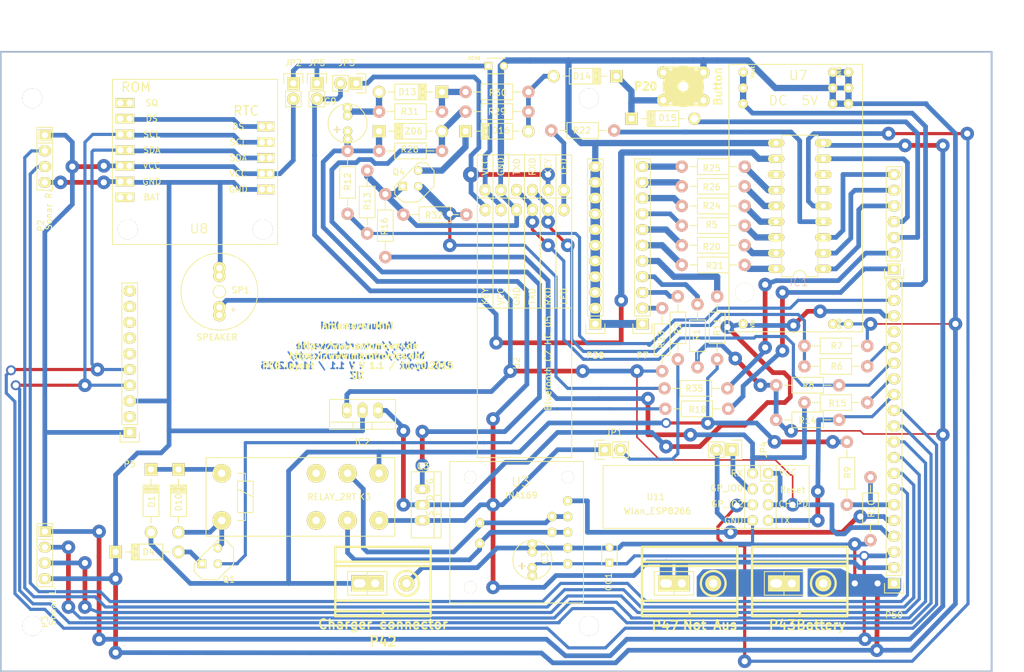
<source format=kicad_pcb>
(kicad_pcb (version 4) (host pcbnew "(2015-10-07 BZR 6253)-product")
  (title_block (title "Ardumower VCN PCB ") (date "23 Dez 2014") (rev 0,05))
  (layers (0 F.Cu signal) (31 B.Cu signal) (34 B.Paste user) (35 F.Paste user) (36 B.SilkS user) (37 F.SilkS user) (38 B.Mask user) (39 F.Mask user) (44 Edge.Cuts user))
  (net 0 "")
  (net 1 GND)
  (net 2 pinButton)
  (net 3 pinSonarRightTrigger)
  (net 4 pinSonarRightEcho)
  (net 5 pinSonarLeftTrigger)
  (net 6 pinSonarLeftEcho)
  (net 7 TX2)
  (net 8 pinChargeVoltage)
  (net 9 pinBatteryVoltage)
  (net 10 pinChargeCurrent)
  (net 11 RX1)
  (net 12 "Net-(Q1-PadB)")
  (net 13 TX1)
  (net 14 StationLed)
  (net 15 RX2)
  (net 16 "Net-(R6-Pad2)")
  (net 17 "Net-(D10-Pad1)")
  (net 18 "Net-(C9-Pad2)")
  (net 19 "Net-(D13-Pad2)")
  (net 20 "Net-(D14-Pad1)")
  (net 21 "Net-(D14-Pad2)")
  (net 22 "Net-(D16-Pad2)")
  (net 23 +3V3)
  (net 24 "Net-(K3-Pad5)")
  (net 25 "Net-(K3-Pad12)")
  (net 26 "Net-(Q3-PadG)")
  (net 27 "Net-(Q4-PadB)")
  (net 28 pinUndervoltageSwitch)
  (net 29 "Net-(R22-Pad1)")
  (net 30 "Net-(U8-PadDS)")
  (net 31 "Net-(U8-PadSQ)")
  (net 32 "Net-(U8-PadBat)")
  (net 33 "Net-(D1-Pad2)")
  (net 34 "Net-(D4-Pad1)")
  (net 35 "Net-(JP4-Pad1)")
  (net 36 "Net-(P7-Pad2)")
  (net 37 "Net-(P7-Pad3)")
  (net 38 "Net-(P7-Pad4)")
  (net 39 "Net-(P7-Pad5)")
  (net 40 "Net-(P7-Pad6)")
  (net 41 "Net-(P7-Pad7)")
  (net 42 "Net-(P7-Pad8)")
  (net 43 "Net-(P7-Pad9)")
  (net 44 "Net-(IC1-Pad11)")
  (net 45 DuoLED_Grün)
  (net 46 DuoLED-Rot)
  (net 47 Led-Status)
  (net 48 Led-BT)
  (net 49 Led-Wlan)
  (net 50 pinBuzzer)
  (net 51 "Net-(IC1-Pad13)")
  (net 52 "Net-(IC1-Pad14)")
  (net 53 "Net-(IC1-Pad15)")
  (net 54 "Net-(IC1-Pad16)")
  (net 55 "Net-(IC1-Pad17)")
  (net 56 "Net-(IC1-Pad18)")
  (net 57 "Net-(P7-Pad10)")
  (net 58 "Net-(P7-Pad11)")
  (net 59 +5V)
  (net 60 Motorstrom)
  (net 61 +BATT)
  (net 62 pinChargingEnable)
  (net 63 "Net-(P43-Pad1)")
  (net 64 "Net-(R15-Pad2)")
  (net 65 SCL1)
  (net 66 "Net-(CC45-Pad1)")
  (net 67 Ausgangspannung)
  (net 68 "Net-(JP3-Pad1)")
  (net 69 SDA1)
  (net 70 "Net-(JP1-Pad2)")
  (module ACS712:DC_DC_DSN2596_mit_Bohrloch_doppelte_Lochreihe (layer F.Cu) (at 241.3 93.98 90)
    (fp_text reference U7 (at 41.402 -10.414 180) (layer F.SilkS) (effects (font (size 1.5 1.5))))
    (fp_text value "DC  5V" (at 37.338 -11.176 180) (layer F.SilkS) (effects (font (size 1.5 1.5))))
    (fp_text user Vout (at 41.91 -17.78 90) (layer F.SilkS) (effects (font (size 0.6 0.6))))
    (fp_text user Vin (at 1.27 -17.78 90) (layer F.SilkS) (effects (font (size 0.6 0.6))))
    (fp_text user GND (at 1.27 -3.81 90) (layer F.SilkS) (effects (font (size 0.6 0.6))))
    (fp_text user GND (at 41.91 -3.81 90) (layer F.SilkS) (effects (font (size 0.6 0.6))))
    (pad 2 thru_hole circle (at 41.91 -19.304 90) (size 1.524 1.524) (drill 0.762) (layers *.Cu *.Mask F.SilkS) (net 60 Motorstrom))
    (pad 1 thru_hole circle (at 41.91 -2.286 90) (size 1.524 1.524) (drill 0.762) (layers *.Cu *.Mask F.SilkS) (net 1 GND))
    (pad 4 thru_hole circle (at 1.27 -2.286 90) (size 1.524 1.524) (drill 0.762) (layers *.Cu *.Mask F.SilkS) (net 1 GND))
    (pad 3 thru_hole circle (at 1.27 -19.304 90) (size 1.524 1.524) (drill 0.762) (layers *.Cu *.Mask F.SilkS) (net 67 Ausgangspannung))
    (pad ~ thru_hole circle (at 6.34 -19.04 90) (size 3.1 3.1) (drill 3.1) (layers *.Cu *.Mask F.SilkS))
    (pad 2 thru_hole circle (at 39.37 -19.304 90) (size 1.524 1.524) (drill 0.762) (layers *.Cu *.Mask F.SilkS) (net 60 Motorstrom))
    (pad 2 thru_hole circle (at 36.83 -19.304 90) (size 1.524 1.524) (drill 0.762) (layers *.Cu *.Mask F.SilkS) (net 60 Motorstrom))
    (pad 1 thru_hole circle (at 39.37 -2.286 90) (size 1.524 1.524) (drill 0.762) (layers *.Cu *.Mask F.SilkS) (net 1 GND))
    (pad 1 thru_hole circle (at 36.83 -2.286 90) (size 1.524 1.524) (drill 0.762) (layers *.Cu *.Mask F.SilkS) (net 1 GND))
    (pad 1 thru_hole circle (at 39.37 -4.826 90) (size 1.524 1.524) (drill 0.762) (layers *.Cu *.Mask F.SilkS) (net 1 GND))
    (pad 1 thru_hole circle (at 41.91 -4.826 90) (size 1.524 1.524) (drill 0.762) (layers *.Cu *.Mask F.SilkS) (net 1 GND))
    (pad 1 thru_hole circle (at 36.83 -4.826 90) (size 1.524 1.524) (drill 0.762) (layers *.Cu *.Mask F.SilkS) (net 1 GND))
    (pad 4 thru_hole circle (at 1.27 -4.826 90) (size 1.524 1.524) (drill 0.762) (layers *.Cu *.Mask F.SilkS) (net 1 GND))
  )
  (module ACS712:Bohrloch_3,2mm (layer F.Cu) (at 107.188 56.261)
    (fp_text reference B1 hide)
    (fp_text value Bohrloch_3,2mm hide)
    (pad 1 thru_hole circle (at 0 0) (size 3.2 3.2) (drill 3.2) (layers *.Cu *.Mask F.SilkS))
  )
  (module ACS712:Bohrloch_3,2mm (layer F.Cu) (at 107.188 141.478)
    (fp_text reference B2 hide)
    (fp_text value Bohrloch_3,2mm hide)
    (pad 1 thru_hole circle (at 0 0) (size 3.2 3.2) (drill 3.2) (layers *.Cu *.Mask F.SilkS))
  )
  (module ACS712:Bohrloch_3,2mm (layer F.Cu) (at 197.104 141.478)
    (fp_text reference B3 hide)
    (fp_text value Bohrloch_3,2mm hide)
    (pad 1 thru_hole circle (at 0 0) (size 3.2 3.2) (drill 3.2) (layers *.Cu *.Mask F.SilkS))
  )
  (module ACS712:Bohrloch_3,2mm (layer F.Cu) (at 197.104 56.261)
    (fp_text reference B4 hide)
    (fp_text value Bohrloch_3,2mm hide)
    (pad 1 thru_hole circle (at 0 0) (size 3.2 3.2) (drill 3.2) (layers *.Cu *.Mask F.SilkS))
  )
  (module ACS712:INA169 (layer F.Cu) (at 186.055 126.365 90)
    (fp_text reference U3 (at 8.128 0 360) (layer F.SilkS) (effects (font (size 1.5 1.5))))
    (fp_text value INA169 (at 5.969 0.127 360) (layer F.SilkS))
    (pad 2 thru_hole circle (at -2.54 7.62 90) (size 1.524 1.524) (drill 0.762) (layers *.Cu *.Mask F.SilkS) (net 1 GND))
    (pad 1 thru_hole circle (at -5.08 7.62 90) (size 1.524 1.524) (drill 0.762) (layers *.Cu *.Mask F.SilkS) (net 59 +5V))
    (pad 3 thru_hole circle (at 5.08 7.62 90) (size 1.524 1.524) (drill 0.762) (layers *.Cu *.Mask F.SilkS) (net 10 pinChargeCurrent))
    (pad 5 thru_hole circle (at -1.778 -6.604 90) (size 1.524 1.524) (drill 0.762) (layers *.Cu *.Mask F.SilkS) (net 24 "Net-(K3-Pad5)"))
    (pad 4 thru_hole circle (at 1.524 -6.604 90) (size 1.524 1.524) (drill 0.762) (layers *.Cu *.Mask F.SilkS) (net 25 "Net-(K3-Pad12)"))
    (pad "" thru_hole circle (at 8.89 7.62 90) (size 2 2) (drill 2) (layers *.Cu *.Mask F.SilkS))
    (pad "" thru_hole circle (at -8.89 -8.128 90) (size 2 2) (drill 2) (layers *.Cu *.Mask F.SilkS))
    (pad "" thru_hole circle (at 8.89 -8.128 90) (size 2 2) (drill 2) (layers *.Cu *.Mask F.SilkS))
    (pad 4 thru_hole circle (at 2.54 7.62 90) (size 1.524 1.524) (drill 0.762) (layers *.Cu *.Mask F.SilkS) (net 25 "Net-(K3-Pad12)"))
    (pad 5 thru_hole circle (at 0 7.62 90) (size 1.524 1.524) (drill 0.762) (layers *.Cu *.Mask F.SilkS) (net 24 "Net-(K3-Pad5)"))
    (pad 5 thru_hole circle (at 0 5.08 90) (size 1.524 1.524) (drill 0.762) (layers *.Cu *.Mask F.SilkS) (net 24 "Net-(K3-Pad5)"))
    (pad 4 thru_hole circle (at 2.54 5.08 90) (size 1.524 1.524) (drill 0.762) (layers *.Cu *.Mask F.SilkS) (net 25 "Net-(K3-Pad12)"))
  )
  (module Transistors_TO-220:TO-220_FET-GDS_Vertical (layer F.Cu) (at 170.18 121.92 270)
    (fp_text reference Q3 (at -6.223 -0.127 360) (layer F.SilkS))
    (fp_text value IRF9540N)
    (fp_text user S (at 1.397 -1.27 270) (layer F.SilkS))
    (fp_text user D (at -1.143 -1.27 270) (layer F.SilkS))
    (fp_text user G (at -3.81 -1.27 270) (layer F.SilkS))
    (pad D thru_hole oval (at 0 0) (size 2.49936 1.50114) (drill 1.00076) (layers *.Cu *.Mask F.SilkS) (net 67 Ausgangspannung))
    (pad G thru_hole oval (at -2.54 0) (size 2.49936 1.50114) (drill 1.00076) (layers *.Cu *.Mask F.SilkS) (net 26 "Net-(Q3-PadG)"))
    (pad S thru_hole oval (at 2.54 0) (size 2.49936 1.50114) (drill 1.00076) (layers *.Cu *.Mask F.SilkS) (net 61 +BATT))
  )
  (module ACS712:Buzzer_12x9.5RM7.6_RM5.0 (layer F.Cu) (at 137.414 87.503 270)
    (fp_text reference SP1 (at -0.254 -3.429 360) (layer F.SilkS))
    (fp_text value SPEAKER (at 7.366 0.381 360) (layer F.SilkS))
    (fp_text user + (at 2.921 -2.159 270) (layer F.SilkS))
    (pad 1 thru_hole circle (at -3.79984 0 270) (size 2 2) (drill 1.00076) (layers *.Cu *.Mask F.SilkS) (net 1 GND))
    (pad 2 thru_hole circle (at 3.79984 0 270) (size 2 2) (drill 1.00076) (layers *.Cu *.Mask F.SilkS) (net 44 "Net-(IC1-Pad11)"))
    (pad 1 thru_hole circle (at -2.54 0 270) (size 2 2) (drill 1.00076) (layers *.Cu *.Mask F.SilkS) (net 1 GND))
    (pad 2 thru_hole circle (at 2.54 0 270) (size 2 2) (drill 1.00076) (layers *.Cu *.Mask F.SilkS) (net 44 "Net-(IC1-Pad11)"))
  )
  (module ACS712:Wlan_ESP8266_3D (layer F.Cu) (at 224.79 120.65 90)
    (fp_text reference U11 (at 0 -16.891 180) (layer F.SilkS))
    (fp_text value Wlan_ESP8266 (at -2.286 -16.637 180) (layer F.SilkS))
    (fp_text user GP_IO2 (at -1.143 -5.334 180) (layer F.SilkS))
    (fp_text user RX (at 3.81 -3.81 180) (layer F.SilkS))
    (fp_text user Reset (at 1.143 5.207 180) (layer F.SilkS))
    (fp_text user CH_PD (at -1.143 5.334 180) (layer F.SilkS))
    (fp_text user GND (at -3.81 -4.318 180) (layer F.SilkS))
    (fp_text user VCC (at 3.937 4.445 180) (layer F.SilkS))
    (fp_text user TX (at -3.81 3.937 360) (layer F.SilkS))
    (fp_text user GP_IO0 (at 1.397 -5.461 180) (layer F.SilkS))
    (pad VCC thru_hole circle (at 3.81 1.27 270) (size 1.7272 1.7272) (drill 1.016) (layers *.Cu *.Mask F.SilkS) (net 23 +3V3))
    (pad RX thru_hole oval (at 3.81 -1.27 270) (size 1.7272 1.7272) (drill 1.016) (layers *.Cu *.Mask F.SilkS) (net 64 "Net-(R15-Pad2)"))
    (pad Rese thru_hole oval (at 1.27 1.27 270) (size 1.7272 1.7272) (drill 1.016) (layers *.Cu *.Mask F.SilkS))
    (pad GP_0 thru_hole oval (at 1.27 -1.27 270) (size 1.7272 1.7272) (drill 1.016) (layers *.Cu *.Mask F.SilkS) (net 35 "Net-(JP4-Pad1)"))
    (pad CH_P thru_hole oval (at -1.27 1.27 270) (size 1.7272 1.7272) (drill 1.016) (layers *.Cu *.Mask F.SilkS) (net 23 +3V3))
    (pad GP_2 thru_hole oval (at -1.27 -1.27 270) (size 1.7272 1.7272) (drill 1.016) (layers *.Cu *.Mask F.SilkS) (net 49 Led-Wlan))
    (pad TX thru_hole oval (at -3.81 1.27 270) (size 1.7272 1.7272) (drill 1.016) (layers *.Cu *.Mask F.SilkS) (net 11 RX1))
    (pad GND thru_hole oval (at -3.81 -1.27 270) (size 1.7272 1.7272) (drill 1.016) (layers *.Cu *.Mask F.SilkS) (net 1 GND))
  )
  (module ACS712:Elko_vert_11.2x6.3mm_RM2.5_RM5.0 (layer F.Cu) (at 187.96 132.08 90)
    (fp_text reference C3 (at 1.524 2.032 90) (layer F.SilkS))
    (fp_text value 1,0uF)
    (fp_line (start 0.26924 -1.69926) (end 0.76962 -1.69926) (layer F.Cu) (width 0.15))
    (fp_line (start 0.26924 -1.69926) (end 0.26924 -2.19964) (layer F.Cu) (width 0.15))
    (fp_line (start -0.23114 -1.69926) (end 0.26924 -1.69926) (layer F.Cu) (width 0.15))
    (fp_line (start 0.26924 -1.69926) (end 0.26924 -1.30048) (layer F.Cu) (width 0.15))
    (fp_line (start 0.26924 -1.30048) (end 0.26924 -1.19888) (layer F.Cu) (width 0.15))
    (pad 2 thru_hole circle (at 2.54 0 90) (size 1.50114 1.50114) (drill 0.8001) (layers *.Cu *.Mask F.SilkS) (net 1 GND))
    (pad 1 thru_hole circle (at 0 0 90) (size 1.50114 1.50114) (drill 0.8001) (layers *.Cu *.Mask F.SilkS) (net 59 +5V))
    (pad 1 thru_hole circle (at -1.27 0 90) (size 1.524 1.524) (drill 0.762) (layers *.Cu *.Mask F.SilkS) (net 59 +5V))
    (pad 2 thru_hole circle (at 3.81 0 90) (size 1.524 1.524) (drill 0.762) (layers *.Cu *.Mask F.SilkS) (net 1 GND))
  )
  (module ACS712:Elko_vert_11.2x6.3mm_RM2.5_RM5.0 (layer F.Cu) (at 158.115 61.595 90)
    (fp_text reference C9 (at 4.826 -2.794 180) (layer F.SilkS))
    (fp_text value 22uF hide)
    (fp_line (start 0.26924 -1.69926) (end 0.76962 -1.69926) (layer F.Cu) (width 0.15))
    (fp_line (start 0.26924 -1.69926) (end 0.26924 -2.19964) (layer F.Cu) (width 0.15))
    (fp_line (start -0.23114 -1.69926) (end 0.26924 -1.69926) (layer F.Cu) (width 0.15))
    (fp_line (start 0.26924 -1.69926) (end 0.26924 -1.30048) (layer F.Cu) (width 0.15))
    (fp_line (start 0.26924 -1.30048) (end 0.26924 -1.19888) (layer F.Cu) (width 0.15))
    (pad 2 thru_hole circle (at 2.54 0 90) (size 1.50114 1.50114) (drill 0.8001) (layers *.Cu *.Mask F.SilkS) (net 18 "Net-(C9-Pad2)"))
    (pad 1 thru_hole circle (at 0 0 90) (size 1.50114 1.50114) (drill 0.8001) (layers *.Cu *.Mask F.SilkS) (net 61 +BATT))
    (pad 1 thru_hole circle (at -1.27 0 90) (size 1.524 1.524) (drill 0.762) (layers *.Cu *.Mask F.SilkS) (net 61 +BATT))
    (pad 2 thru_hole circle (at 3.81 0 90) (size 1.524 1.524) (drill 0.762) (layers *.Cu *.Mask F.SilkS) (net 18 "Net-(C9-Pad2)"))
  )
  (module ACS712:Anschlussklemme_RM5,08-RM7,62 (layer F.Cu) (at 163.83 134.62)
    (fp_text reference P42 (at 0 9.398) (layer F.SilkS) (effects (font (size 1.5 1.5) (thickness 0.3))))
    (fp_text value "Charger connector" (at 0 6.6) (layer F.SilkS) (effects (font (size 1.5 1.5) (thickness 0.3))))
    (pad 1 thru_hole rect (at -3.81 0) (size 2.6 2.6) (drill oval 1.9 1.3) (layers *.Cu *.Mask F.SilkS) (net 14 StationLed))
    (pad 2 thru_hole circle (at 3.81 0) (size 2.6 2.6) (drill 1.3) (layers *.Cu *.Mask F.SilkS) (net 1 GND))
    (pad 1 thru_hole rect (at -1.27 0) (size 2.6 2.6) (drill 1.3) (layers *.Cu *.Mask F.SilkS) (net 14 StationLed))
    (pad 1 thru_hole rect (at -3.81 0) (size 2.6 2.6) (drill oval 1.9 1.3) (layers *.Cu *.Mask F.SilkS) (net 14 StationLed))
  )
  (module ACS712:Anschlussklemme_RM5,08-RM7,62 (layer F.Cu) (at 231.14 134.62)
    (fp_text reference P43 (at -2.794 6.731) (layer F.SilkS) (effects (font (size 1.5 1.5) (thickness 0.3))))
    (fp_text value Battery (at 3.429 6.731) (layer F.SilkS) (effects (font (size 1.5 1.5) (thickness 0.3))))
    (pad 1 thru_hole rect (at -3.81 0) (size 2.6 2.6) (drill oval 1.9 1.3) (layers *.Cu *.Mask F.SilkS) (net 63 "Net-(P43-Pad1)"))
    (pad 2 thru_hole circle (at 3.81 0) (size 2.6 2.6) (drill 1.3) (layers *.Cu *.Mask F.SilkS) (net 1 GND))
    (pad 1 thru_hole rect (at -1.27 0) (size 2.6 2.6) (drill 1.3) (layers *.Cu *.Mask F.SilkS) (net 63 "Net-(P43-Pad1)"))
    (pad 1 thru_hole rect (at -3.81 0) (size 2.6 2.6) (drill oval 1.9 1.3) (layers *.Cu *.Mask F.SilkS) (net 63 "Net-(P43-Pad1)"))
  )
  (module ACS712:Anschlussklemme_RM5,08-RM7,62 (layer F.Cu) (at 213.36 134.62)
    (fp_text reference P47 (at -3.937 6.858) (layer F.SilkS) (effects (font (size 1.5 1.5) (thickness 0.3))))
    (fp_text value "Not Aus" (at 3.302 6.731) (layer F.SilkS) (effects (font (size 1.5 1.5) (thickness 0.3))))
    (pad 1 thru_hole rect (at -3.81 0) (size 2.6 2.6) (drill oval 1.9 1.3) (layers *.Cu *.Mask F.SilkS) (net 61 +BATT))
    (pad 2 thru_hole circle (at 3.81 0) (size 2.6 2.6) (drill 1.3) (layers *.Cu *.Mask F.SilkS) (net 63 "Net-(P43-Pad1)"))
    (pad 1 thru_hole rect (at -1.27 0) (size 2.6 2.6) (drill 1.3) (layers *.Cu *.Mask F.SilkS) (net 61 +BATT))
    (pad 1 thru_hole rect (at -3.81 0) (size 2.6 2.6) (drill oval 1.9 1.3) (layers *.Cu *.Mask F.SilkS) (net 61 +BATT))
  )
  (module ACS712:Pin_Header_Straight_1x04 (layer F.Cu) (at 109.22 66.04 270)
    (fp_text reference P2 (at 10.795 0.635 270) (layer F.SilkS))
    (fp_text value "Sonar R." (at 8.255 -0.635 270) (layer F.SilkS))
    (pad 1 thru_hole rect (at -3.81 0 270) (size 1.7272 2.032) (drill 1.016) (layers *.Cu *.Mask F.SilkS) (net 59 +5V))
    (pad 2 thru_hole oval (at -1.27 0 270) (size 1.7272 2.032) (drill 1.016) (layers *.Cu *.Mask F.SilkS) (net 3 pinSonarRightTrigger))
    (pad 3 thru_hole oval (at 1.27 0 270) (size 1.7272 2.032) (drill 1.016) (layers *.Cu *.Mask F.SilkS) (net 4 pinSonarRightEcho))
    (pad 4 thru_hole oval (at 3.81 0 270) (size 1.7272 2.032) (drill 1.016) (layers *.Cu *.Mask F.SilkS) (net 1 GND))
  )
  (module ACS712:Pin_Header_Straight_1x04 (layer F.Cu) (at 109.22 130.048 270)
    (fp_text reference P3 (at 10.795 0 270) (layer F.SilkS))
    (fp_text value "Sonar L." (at 8.255 -1.27 270) (layer F.SilkS))
    (pad 1 thru_hole rect (at -3.81 0 270) (size 1.7272 2.032) (drill 1.016) (layers *.Cu *.Mask F.SilkS) (net 59 +5V))
    (pad 2 thru_hole oval (at -1.27 0 270) (size 1.7272 2.032) (drill 1.016) (layers *.Cu *.Mask F.SilkS) (net 5 pinSonarLeftTrigger))
    (pad 3 thru_hole oval (at 1.27 0 270) (size 1.7272 2.032) (drill 1.016) (layers *.Cu *.Mask F.SilkS) (net 6 pinSonarLeftEcho))
    (pad 4 thru_hole oval (at 3.81 0 270) (size 1.7272 2.032) (drill 1.016) (layers *.Cu *.Mask F.SilkS) (net 1 GND))
  )
  (module ACS712:Relais_DPDT_Schrack-RT2_RM5mm_3D_Kontaktbelegung_geändert_FIN40.52.9_6V (layer F.Cu) (at 137.795 124.46)
    (fp_text reference K3 (at 23.114 -3.81) (layer F.SilkS))
    (fp_text value RELAY_2RT (at 17.78 -3.81) (layer F.SilkS))
    (pad 8 thru_hole circle (at 0 -7.62) (size 2.99974 2.99974) (drill 1.19888) (layers *.Cu *.Mask F.SilkS) (net 33 "Net-(D1-Pad2)"))
    (pad 9 thru_hole circle (at 0 0) (size 2.99974 2.99974) (drill 1.19888) (layers *.Cu *.Mask F.SilkS) (net 17 "Net-(D10-Pad1)"))
    (pad 3 thru_hole circle (at 15.24 0) (size 2.99974 2.99974) (drill 1.19888) (layers *.Cu *.Mask F.SilkS))
    (pad 5 thru_hole circle (at 20.32 0) (size 2.99974 2.99974) (drill 1.19888) (layers *.Cu *.Mask F.SilkS) (net 24 "Net-(K3-Pad5)"))
    (pad 1 thru_hole circle (at 25.4 0) (size 2.99974 2.99974) (drill 1.19888) (layers *.Cu *.Mask F.SilkS) (net 61 +BATT))
    (pad 14 thru_hole circle (at 15.24 -7.62) (size 2.99974 2.99974) (drill 1.19888) (layers *.Cu *.Mask F.SilkS))
    (pad 12 thru_hole circle (at 20.32 -7.62) (size 2.99974 2.99974) (drill 1.19888) (layers *.Cu *.Mask F.SilkS) (net 25 "Net-(K3-Pad12)"))
    (pad 16 thru_hole circle (at 25.4 -7.62) (size 2.99974 2.99974) (drill 1.19888) (layers *.Cu *.Mask F.SilkS) (net 14 StationLed))
  )
  (module ACS712:Diode_ligend_RM10 (layer F.Cu) (at 168.275 61.595 180)
    (fp_text reference ZD6 (at -0.508 0 180) (layer F.SilkS))
    (fp_text value ZPD15 hide)
    (pad 1 thru_hole circle (at -5.08 0 180) (size 1.99898 1.99898) (drill 1.27) (layers *.Cu *.Mask F.SilkS) (net 26 "Net-(Q3-PadG)"))
    (pad 2 thru_hole rect (at 5.08 0 180) (size 1.99898 1.99898) (drill 1.00076) (layers *.Cu *.Mask F.SilkS) (net 61 +BATT))
  )
  (module ACS712:Diode_ligend_RM10 (layer F.Cu) (at 130.81 121.285 90)
    (fp_text reference D10 (at -0.254 0 90) (layer F.SilkS))
    (fp_text value 1N4148 hide)
    (pad 1 thru_hole circle (at -5.08 0 90) (size 1.99898 1.99898) (drill 1.27) (layers *.Cu *.Mask F.SilkS) (net 17 "Net-(D10-Pad1)"))
    (pad 2 thru_hole rect (at 5.08 0 90) (size 1.99898 1.99898) (drill 1.00076) (layers *.Cu *.Mask F.SilkS) (net 33 "Net-(D1-Pad2)"))
  )
  (module ACS712:Diode_ligend_RM10 (layer F.Cu) (at 168.275 55.245)
    (fp_text reference D13 (at -0.508 0) (layer F.SilkS))
    (fp_text value 1N5819 hide)
    (pad 1 thru_hole circle (at -5.08 0) (size 1.99898 1.99898) (drill 1.27) (layers *.Cu *.Mask F.SilkS) (net 18 "Net-(C9-Pad2)"))
    (pad 2 thru_hole rect (at 5.08 0) (size 1.99898 1.99898) (drill 1.00076) (layers *.Cu *.Mask F.SilkS) (net 19 "Net-(D13-Pad2)"))
  )
  (module ACS712:Diode_ligend_RM10 (layer F.Cu) (at 196.469 52.705)
    (fp_text reference D14 (at -0.508 0) (layer F.SilkS))
    (fp_text value 1N4148 hide)
    (pad 1 thru_hole circle (at -5.08 0) (size 1.99898 1.99898) (drill 1.27) (layers *.Cu *.Mask F.SilkS) (net 20 "Net-(D14-Pad1)"))
    (pad 2 thru_hole rect (at 5.08 0) (size 1.99898 1.99898) (drill 1.00076) (layers *.Cu *.Mask F.SilkS) (net 21 "Net-(D14-Pad2)"))
  )
  (module ACS712:Diode_ligend_RM10 (layer F.Cu) (at 209.042 59.563 180)
    (fp_text reference D15 (at -0.762 0.127 180) (layer F.SilkS))
    (fp_text value 1N4148 hide)
    (pad 1 thru_hole circle (at -5.08 0 180) (size 1.99898 1.99898) (drill 1.27) (layers *.Cu *.Mask F.SilkS) (net 2 pinButton))
    (pad 2 thru_hole rect (at 5.08 0 180) (size 1.99898 1.99898) (drill 1.00076) (layers *.Cu *.Mask F.SilkS) (net 21 "Net-(D14-Pad2)"))
  )
  (module ACS712:Diode_ligend_RM10 (layer F.Cu) (at 182.245 61.595 180)
    (fp_text reference D16 (at -0.635 0.127 180) (layer F.SilkS))
    (fp_text value 1N5819 hide)
    (pad 1 thru_hole circle (at -5.08 0 180) (size 1.99898 1.99898) (drill 1.27) (layers *.Cu *.Mask F.SilkS) (net 20 "Net-(D14-Pad1)"))
    (pad 2 thru_hole rect (at 5.08 0 180) (size 1.99898 1.99898) (drill 1.00076) (layers *.Cu *.Mask F.SilkS) (net 22 "Net-(D16-Pad2)"))
  )
  (module ACS712:TO92-EBC (layer F.Cu) (at 135.89 130.175 180)
    (fp_text reference Q1 (at -3.048 -3.81 360) (layer F.SilkS))
    (fp_text value BC547)
    (pad E thru_hole rect (at 1.27 -1.27 180) (size 1.397 1.397) (drill 0.8128) (layers *.Cu *.Mask F.SilkS) (net 34 "Net-(D4-Pad1)"))
    (pad B thru_hole circle (at -1.27 -1.27 180) (size 1.397 1.397) (drill 0.8128) (layers *.Cu *.Mask F.SilkS) (net 12 "Net-(Q1-PadB)"))
    (pad C thru_hole circle (at -1.27 1.27 180) (size 1.397 1.397) (drill 0.8128) (layers *.Cu *.Mask F.SilkS) (net 17 "Net-(D10-Pad1)"))
  )
  (module ACS712:TO92-EBC (layer F.Cu) (at 168.275 69.215 180)
    (fp_text reference Q4 (at 1.905 1.016 360) (layer F.SilkS))
    (fp_text value BC337 hide)
    (pad E thru_hole rect (at 1.27 -1.27 180) (size 1.397 1.397) (drill 0.8128) (layers *.Cu *.Mask F.SilkS) (net 1 GND))
    (pad B thru_hole circle (at -1.27 -1.27 180) (size 1.397 1.397) (drill 0.8128) (layers *.Cu *.Mask F.SilkS) (net 27 "Net-(Q4-PadB)"))
    (pad C thru_hole circle (at -1.27 1.27 180) (size 1.397 1.397) (drill 0.8128) (layers *.Cu *.Mask F.SilkS) (net 22 "Net-(D16-Pad2)"))
  )
  (module ACS712:Bluetooth_Buchse_Platz (layer F.Cu) (at 186.69 71.12 180)
    (fp_text reference U2 (at 1.27 -27.94 270) (layer F.SilkS))
    (fp_text value Bluetooth_CZ_HC_05 (at -3.81 -27.94 270) (layer F.SilkS))
    (fp_text user KEY (at 6.35 -17.145 270) (layer F.SilkS))
    (fp_text user VCC (at 6.35 3.81 270) (layer F.SilkS))
    (fp_text user GND (at 3.81 3.81 270) (layer F.SilkS))
    (fp_text user TXD (at 1.27 3.81 270) (layer F.SilkS))
    (fp_text user RXD (at -1.27 3.81 270) (layer F.SilkS))
    (fp_text user KEY (at -3.81 3.81 270) (layer F.SilkS))
    (fp_text user LED (at -6.35 3.81 270) (layer F.SilkS))
    (fp_text user LED (at -6.35 -17.145 270) (layer F.SilkS))
    (fp_text user TXD (at -1.27 -17.145 270) (layer F.SilkS))
    (fp_text user GND (at 1.27 -17.145 270) (layer F.SilkS))
    (fp_text user VCC (at 3.81 -17.145 270) (layer F.SilkS))
    (fp_text user RXD (at -3.81 -17.145 270) (layer F.SilkS))
    (pad VCC thru_hole oval (at 6.35 0) (size 1.7272 2.032) (drill 1.016) (layers *.Cu *.Mask F.SilkS) (net 66 "Net-(CC45-Pad1)"))
    (pad GND thru_hole oval (at 3.81 0) (size 1.7272 2.032) (drill 1.016) (layers *.Cu *.Mask F.SilkS) (net 1 GND))
    (pad TXD thru_hole oval (at 1.27 0) (size 1.7272 2.032) (drill 1.016) (layers *.Cu *.Mask F.SilkS) (net 15 RX2))
    (pad RXD thru_hole oval (at -1.27 0) (size 1.7272 2.032) (drill 1.016) (layers *.Cu *.Mask F.SilkS) (net 16 "Net-(R6-Pad2)"))
    (pad Key thru_hole oval (at -3.81 0) (size 1.7272 2.032) (drill 1.016) (layers *.Cu *.Mask F.SilkS) (net 68 "Net-(JP3-Pad1)"))
    (pad LED thru_hole oval (at -6.35 0) (size 1.7272 2.032) (drill 1.016) (layers *.Cu *.Mask F.SilkS) (net 29 "Net-(R22-Pad1)"))
    (pad LED thru_hole oval (at -6.35 0) (size 1.7272 2.032) (drill 1.016) (layers *.Cu *.Mask F.SilkS) (net 29 "Net-(R22-Pad1)"))
    (pad LED thru_hole oval (at -6.35 0) (size 1.7272 2.032) (drill 1.016) (layers *.Cu *.Mask F.SilkS) (net 29 "Net-(R22-Pad1)"))
    (pad LED thru_hole oval (at -6.35 -3.175) (size 1.7272 2.032) (drill 1.016) (layers *.Cu *.Mask F.SilkS) (net 29 "Net-(R22-Pad1)"))
    (pad RXD thru_hole oval (at -3.81 -3.175) (size 1.7272 2.032) (drill 1.016) (layers *.Cu *.Mask F.SilkS) (net 16 "Net-(R6-Pad2)"))
    (pad TXD thru_hole oval (at -1.27 -3.175) (size 1.7272 2.032) (drill 1.016) (layers *.Cu *.Mask F.SilkS) (net 15 RX2))
    (pad GND thru_hole oval (at 1.27 -3.175) (size 1.7272 2.032) (drill 1.016) (layers *.Cu *.Mask F.SilkS) (net 1 GND))
    (pad VCC thru_hole oval (at 3.81 -3.175) (size 1.7272 2.032) (drill 1.016) (layers *.Cu *.Mask F.SilkS) (net 66 "Net-(CC45-Pad1)"))
    (pad Key thru_hole oval (at 6.35 -3.175) (size 1.7272 2.032) (drill 1.016) (layers *.Cu *.Mask F.SilkS) (net 68 "Net-(JP3-Pad1)"))
  )
  (module Capacitors_ThroughHole:C_Disc_D3_P2.5 (layer F.Cu) (at 200.406 131.318 90)
    (fp_text reference CC1 (at -3.048 -0.127 270) (layer F.SilkS))
    (fp_text value 100nF hide)
    (pad 1 thru_hole rect (at 0 0 90) (size 1.3 1.3) (drill 0.8) (layers *.Cu *.Mask F.SilkS) (net 59 +5V))
    (pad 2 thru_hole circle (at 2.5 0 90) (size 1.3 1.3) (drill 0.8001) (layers *.Cu *.Mask F.SilkS) (net 1 GND))
  )
  (module ACS712:Tiny_RTC_DS1307_geändert_mit_Bohrloch_4Lochreihen (layer F.Cu) (at 134.112 68.453)
    (fp_text reference U8 (at 0 8.89) (layer F.SilkS) (effects (font (size 1.5 1.5))))
    (fp_text value DS1307+ hide)
    (fp_text user ROM (at -10.16 -13.97) (layer F.SilkS) (effects (font (size 1.5 1.5) (thickness 0.2))))
    (fp_text user RTC (at 7.62 -10.16) (layer F.SilkS) (effects (font (size 1.5 1.5) (thickness 0.2))))
    (fp_text user DS (at -7.62 -8.89) (layer F.SilkS))
    (fp_text user SQ (at -7.62 -11.43) (layer F.SilkS))
    (fp_text user SCL (at -7.62 -6.35) (layer F.SilkS))
    (fp_text user SDA (at -7.62 -3.81) (layer F.SilkS))
    (fp_text user VCC (at -7.62 -1.27) (layer F.SilkS))
    (fp_text user BAT (at -7.62 3.81) (layer F.SilkS))
    (fp_text user GND (at -7.62 1.27) (layer F.SilkS))
    (fp_text user VCC (at 6.35 0) (layer F.SilkS))
    (fp_text user GND (at 6.35 2.54) (layer F.SilkS))
    (fp_text user SDA (at 6.35 -2.54) (layer F.SilkS))
    (fp_text user SCL (at 6.35 -5.08) (layer F.SilkS))
    (fp_text user DS (at 6.35 -7.62) (layer F.SilkS))
    (pad SCL thru_hole rect (at -11.2 -6.35) (size 1.524 1.524) (drill 1) (layers *.Cu *.Mask F.SilkS) (net 65 SCL1))
    (pad DS thru_hole rect (at -11.2 -8.89) (size 1.524 1.524) (drill 1) (layers *.Cu *.Mask F.SilkS) (net 30 "Net-(U8-PadDS)"))
    (pad SQ thru_hole rect (at -11.2 -11.43) (size 1.524 1.524) (drill 1) (layers *.Cu *.Mask F.SilkS) (net 31 "Net-(U8-PadSQ)"))
    (pad VCC thru_hole rect (at -11.2 -1.27) (size 1.524 1.524) (drill 1) (layers *.Cu *.Mask F.SilkS) (net 59 +5V))
    (pad SDA thru_hole rect (at -11.2 -3.81) (size 1.524 1.524) (drill 1) (layers *.Cu *.Mask F.SilkS) (net 69 SDA1))
    (pad GND thru_hole rect (at -11.2 1.27) (size 1.524 1.524) (drill 1) (layers *.Cu *.Mask F.SilkS) (net 1 GND))
    (pad Bat thru_hole rect (at -11.2 3.81) (size 1.524 1.524) (drill 1) (layers *.Cu *.Mask F.SilkS) (net 32 "Net-(U8-PadBat)"))
    (pad DS thru_hole rect (at 10.16 -7.62) (size 1.524 1.524) (drill 1) (layers *.Cu *.Mask F.SilkS) (net 30 "Net-(U8-PadDS)"))
    (pad SDA thru_hole rect (at 10.16 -2.54) (size 1.524 1.524) (drill 1) (layers *.Cu *.Mask F.SilkS) (net 69 SDA1))
    (pad SCL thru_hole rect (at 10.16 -5.08) (size 1.524 1.524) (drill 1) (layers *.Cu *.Mask F.SilkS) (net 65 SCL1))
    (pad VCC thru_hole rect (at 10.16 0) (size 1.524 1.524) (drill 1) (layers *.Cu *.Mask F.SilkS) (net 59 +5V))
    (pad GND thru_hole rect (at 10.16 2.54) (size 1.524 1.524) (drill 1) (layers *.Cu *.Mask F.SilkS) (net 1 GND))
    (pad ~ thru_hole circle (at 10.3 9) (size 3.2 3.2) (drill 3.2) (layers *.Cu *.Mask F.SilkS))
    (pad ~ thru_hole circle (at -11.5 9) (size 3.2 3.2) (drill 3.2) (layers *.Cu *.Mask F.SilkS))
    (pad DS thru_hole rect (at -12.7 -8.89) (size 1.524 1.524) (drill 1) (layers *.Cu *.Mask F.SilkS) (net 30 "Net-(U8-PadDS)"))
    (pad SQ thru_hole rect (at -12.7 -11.43) (size 1.524 1.524) (drill 1) (layers *.Cu *.Mask F.SilkS) (net 31 "Net-(U8-PadSQ)"))
    (pad SCL thru_hole rect (at -12.7 -6.35) (size 1.524 1.524) (drill 1) (layers *.Cu *.Mask F.SilkS) (net 65 SCL1))
    (pad SDA thru_hole rect (at -12.7 -3.81) (size 1.524 1.524) (drill 1) (layers *.Cu *.Mask F.SilkS) (net 69 SDA1))
    (pad VCC thru_hole rect (at -12.7 -1.27) (size 1.524 1.524) (drill 1) (layers *.Cu *.Mask F.SilkS) (net 59 +5V))
    (pad GND thru_hole rect (at -12.7 1.27) (size 1.524 1.524) (drill 1) (layers *.Cu *.Mask F.SilkS) (net 1 GND))
    (pad Bat thru_hole rect (at -12.7 3.81) (size 1.524 1.524) (drill 1) (layers *.Cu *.Mask F.SilkS) (net 32 "Net-(U8-PadBat)"))
    (pad GND thru_hole rect (at 11.43 2.54) (size 1.524 1.524) (drill 1) (layers *.Cu *.Mask F.SilkS) (net 1 GND))
    (pad VCC thru_hole rect (at 11.43 0) (size 1.524 1.524) (drill 1) (layers *.Cu *.Mask F.SilkS) (net 59 +5V))
    (pad SDA thru_hole rect (at 11.43 -2.54) (size 1.524 1.524) (drill 1) (layers *.Cu *.Mask F.SilkS) (net 69 SDA1))
    (pad SCL thru_hole rect (at 11.43 -5.08) (size 1.524 1.524) (drill 1) (layers *.Cu *.Mask F.SilkS) (net 65 SCL1))
    (pad DS thru_hole rect (at 11.43 -7.62) (size 1.524 1.524) (drill 1) (layers *.Cu *.Mask F.SilkS) (net 30 "Net-(U8-PadDS)"))
  )
  (module Capacitors_ThroughHole:C_Disc_D3_P2.5 (layer F.Cu) (at 180.848 51.054)
    (fp_text reference CC45 (at -2.286 -1.27) (layer F.SilkS) (effects (font (size 0.5 0.5) (thickness 0.125))))
    (fp_text value 100nF hide)
    (pad 1 thru_hole rect (at 0 0) (size 1.3 1.3) (drill 0.8) (layers *.Cu *.Mask F.SilkS) (net 66 "Net-(CC45-Pad1)"))
    (pad 2 thru_hole circle (at 2.5 0) (size 1.3 1.3) (drill 0.8001) (layers *.Cu *.Mask F.SilkS) (net 1 GND))
  )
  (module ACS712:Diode_ligend_RM10 (layer F.Cu) (at 125.73 129.54 180)
    (fp_text reference D4 (at -0.254 0 180) (layer F.SilkS))
    (fp_text value 1N4148)
    (pad 1 thru_hole circle (at -5.08 0 180) (size 1.99898 1.99898) (drill 1.27) (layers *.Cu *.Mask F.SilkS) (net 34 "Net-(D4-Pad1)"))
    (pad 2 thru_hole rect (at 5.08 0 180) (size 1.99898 1.99898) (drill 1.00076) (layers *.Cu *.Mask F.SilkS) (net 1 GND))
  )
  (module 40xx:40xx-DIL18 (layer F.Cu) (at 231.14 73.66 90)
    (fp_text reference IC1 (at -12.319 -0.127 180) (layer B.SilkS) (effects (font (size 1.27 1.27) (thickness 0.0889))))
    (fp_text value UDN2981A hide)
    (pad 1 thru_hole oval (at -10.16 3.81 90) (size 1.3208 2.6416) (drill 0.8128) (layers *.Cu F.Paste F.SilkS F.Mask) (net 45 DuoLED_Grün))
    (pad 2 thru_hole oval (at -7.62 3.81 90) (size 1.3208 2.6416) (drill 0.8128) (layers *.Cu F.Paste F.SilkS F.Mask) (net 46 DuoLED-Rot))
    (pad 3 thru_hole oval (at -5.08 3.81 90) (size 1.3208 2.6416) (drill 0.8128) (layers *.Cu F.Paste F.SilkS F.Mask) (net 47 Led-Status))
    (pad 4 thru_hole oval (at -2.54 3.81 90) (size 1.3208 2.6416) (drill 0.8128) (layers *.Cu F.Paste F.SilkS F.Mask) (net 48 Led-BT))
    (pad 5 thru_hole oval (at 0 3.81 90) (size 1.3208 2.6416) (drill 0.8128) (layers *.Cu F.Paste F.SilkS F.Mask) (net 49 Led-Wlan))
    (pad 6 thru_hole oval (at 2.54 3.81 90) (size 1.3208 2.6416) (drill 0.8128) (layers *.Cu F.Paste F.SilkS F.Mask))
    (pad 7 thru_hole oval (at 5.08 3.81 90) (size 1.3208 2.6416) (drill 0.8128) (layers *.Cu F.Paste F.SilkS F.Mask))
    (pad 8 thru_hole oval (at 7.62 3.81 90) (size 1.3208 2.6416) (drill 0.8128) (layers *.Cu F.Paste F.SilkS F.Mask) (net 50 pinBuzzer))
    (pad 9 thru_hole oval (at 10.16 3.81 90) (size 1.3208 2.6416) (drill 0.8128) (layers *.Cu F.Paste F.SilkS F.Mask) (net 59 +5V))
    (pad 10 thru_hole oval (at 10.16 -3.81 90) (size 1.3208 2.6416) (drill 0.8128) (layers *.Cu F.Paste F.SilkS F.Mask) (net 1 GND))
    (pad 11 thru_hole oval (at 7.62 -3.81 90) (size 1.3208 2.6416) (drill 0.8128) (layers *.Cu F.Paste F.SilkS F.Mask) (net 44 "Net-(IC1-Pad11)"))
    (pad 12 thru_hole oval (at 5.08 -3.81 90) (size 1.3208 2.6416) (drill 0.8128) (layers *.Cu F.Paste F.SilkS F.Mask))
    (pad 13 thru_hole oval (at 2.54 -3.81 90) (size 1.3208 2.6416) (drill 0.8128) (layers *.Cu F.Paste F.SilkS F.Mask) (net 51 "Net-(IC1-Pad13)"))
    (pad 14 thru_hole oval (at 0 -3.81 90) (size 1.3208 2.6416) (drill 0.8128) (layers *.Cu F.Paste F.SilkS F.Mask) (net 52 "Net-(IC1-Pad14)"))
    (pad 15 thru_hole oval (at -2.54 -3.81 90) (size 1.3208 2.6416) (drill 0.8128) (layers *.Cu F.Paste F.SilkS F.Mask) (net 53 "Net-(IC1-Pad15)"))
    (pad 16 thru_hole oval (at -5.08 -3.81 90) (size 1.3208 2.6416) (drill 0.8128) (layers *.Cu F.Paste F.SilkS F.Mask) (net 54 "Net-(IC1-Pad16)"))
    (pad 17 thru_hole oval (at -7.62 -3.81 90) (size 1.3208 2.6416) (drill 0.8128) (layers *.Cu F.Paste F.SilkS F.Mask) (net 55 "Net-(IC1-Pad17)"))
    (pad 18 thru_hole oval (at -10.16 -3.81 90) (size 1.3208 2.6416) (drill 0.8128) (layers *.Cu F.Paste F.SilkS F.Mask) (net 56 "Net-(IC1-Pad18)"))
  )
  (module Pin_Headers:Pin_Header_Straight_1x11 (layer F.Cu) (at 198.12 92.71 180)
    (fp_text reference P38 (at 0 -5.1 180) (layer F.SilkS))
    (fp_text value "Status LEDs GND" hide)
    (pad 1 thru_hole rect (at 0 0 180) (size 2.032 1.7272) (drill 1.016) (layers *.Cu *.Mask F.SilkS) (net 1 GND))
    (pad 2 thru_hole oval (at 0 2.54 180) (size 2.032 1.7272) (drill 1.016) (layers *.Cu *.Mask F.SilkS) (net 1 GND))
    (pad 3 thru_hole oval (at 0 5.08 180) (size 2.032 1.7272) (drill 1.016) (layers *.Cu *.Mask F.SilkS) (net 1 GND))
    (pad 4 thru_hole oval (at 0 7.62 180) (size 2.032 1.7272) (drill 1.016) (layers *.Cu *.Mask F.SilkS) (net 1 GND))
    (pad 5 thru_hole oval (at 0 10.16 180) (size 2.032 1.7272) (drill 1.016) (layers *.Cu *.Mask F.SilkS) (net 1 GND))
    (pad 6 thru_hole oval (at 0 12.7 180) (size 2.032 1.7272) (drill 1.016) (layers *.Cu *.Mask F.SilkS) (net 1 GND))
    (pad 7 thru_hole oval (at 0 15.24 180) (size 2.032 1.7272) (drill 1.016) (layers *.Cu *.Mask F.SilkS) (net 1 GND))
    (pad 8 thru_hole oval (at 0 17.78 180) (size 2.032 1.7272) (drill 1.016) (layers *.Cu *.Mask F.SilkS) (net 1 GND))
    (pad 9 thru_hole oval (at 0 20.32 180) (size 2.032 1.7272) (drill 1.016) (layers *.Cu *.Mask F.SilkS) (net 1 GND))
    (pad 10 thru_hole oval (at 0 22.86 180) (size 2.032 1.7272) (drill 1.016) (layers *.Cu *.Mask F.SilkS) (net 1 GND))
    (pad 11 thru_hole oval (at 0 25.4 180) (size 2.032 1.7272) (drill 1.016) (layers *.Cu *.Mask F.SilkS) (net 1 GND))
  )
  (module ACS712:Diode_ligend_RM10 (layer F.Cu) (at 126.365 121.285 90)
    (fp_text reference D1 (at -0.127 0.127 90) (layer F.SilkS))
    (fp_text value 1N4148 hide)
    (pad 1 thru_hole circle (at -5.08 0 90) (size 1.99898 1.99898) (drill 1.27) (layers *.Cu *.Mask F.SilkS) (net 14 StationLed))
    (pad 2 thru_hole rect (at 5.08 0 90) (size 1.99898 1.99898) (drill 1.00076) (layers *.Cu *.Mask F.SilkS) (net 33 "Net-(D1-Pad2)"))
  )
  (module Pin_Headers:Pin_Header_Straight_1x11 (layer F.Cu) (at 205.74 92.71 180)
    (fp_text reference P7 (at 0 -5.1 180) (layer F.SilkS))
    (fp_text value "Status LEDs" hide)
    (pad 1 thru_hole rect (at 0 0 180) (size 2.032 1.7272) (drill 1.016) (layers *.Cu *.Mask F.SilkS) (net 1 GND))
    (pad 2 thru_hole oval (at 0 2.54 180) (size 2.032 1.7272) (drill 1.016) (layers *.Cu *.Mask F.SilkS) (net 36 "Net-(P7-Pad2)"))
    (pad 3 thru_hole oval (at 0 5.08 180) (size 2.032 1.7272) (drill 1.016) (layers *.Cu *.Mask F.SilkS) (net 37 "Net-(P7-Pad3)"))
    (pad 4 thru_hole oval (at 0 7.62 180) (size 2.032 1.7272) (drill 1.016) (layers *.Cu *.Mask F.SilkS) (net 38 "Net-(P7-Pad4)"))
    (pad 5 thru_hole oval (at 0 10.16 180) (size 2.032 1.7272) (drill 1.016) (layers *.Cu *.Mask F.SilkS) (net 39 "Net-(P7-Pad5)"))
    (pad 6 thru_hole oval (at 0 12.7 180) (size 2.032 1.7272) (drill 1.016) (layers *.Cu *.Mask F.SilkS) (net 40 "Net-(P7-Pad6)"))
    (pad 7 thru_hole oval (at 0 15.24 180) (size 2.032 1.7272) (drill 1.016) (layers *.Cu *.Mask F.SilkS) (net 41 "Net-(P7-Pad7)"))
    (pad 8 thru_hole oval (at 0 17.78 180) (size 2.032 1.7272) (drill 1.016) (layers *.Cu *.Mask F.SilkS) (net 42 "Net-(P7-Pad8)"))
    (pad 9 thru_hole oval (at 0 20.32 180) (size 2.032 1.7272) (drill 1.016) (layers *.Cu *.Mask F.SilkS) (net 43 "Net-(P7-Pad9)"))
    (pad 10 thru_hole oval (at 0 22.86 180) (size 2.032 1.7272) (drill 1.016) (layers *.Cu *.Mask F.SilkS) (net 57 "Net-(P7-Pad10)"))
    (pad 11 thru_hole oval (at 0 25.4 180) (size 2.032 1.7272) (drill 1.016) (layers *.Cu *.Mask F.SilkS) (net 58 "Net-(P7-Pad11)"))
  )
  (module Pin_Headers:Pin_Header_Straight_1x20 (layer F.Cu) (at 246.38 134.62 180)
    (fp_text reference P50 (at 0 -5.1 180) (layer F.SilkS))
    (fp_text value CONN_01X20 hide)
    (pad 1 thru_hole rect (at 0 0 180) (size 2.032 1.7272) (drill 1.016) (layers *.Cu *.Mask F.SilkS) (net 1 GND))
    (pad 2 thru_hole oval (at 0 2.54 180) (size 2.032 1.7272) (drill 1.016) (layers *.Cu *.Mask F.SilkS) (net 61 +BATT))
    (pad 3 thru_hole oval (at 0 5.08 180) (size 2.032 1.7272) (drill 1.016) (layers *.Cu *.Mask F.SilkS) (net 59 +5V))
    (pad 4 thru_hole oval (at 0 7.62 180) (size 2.032 1.7272) (drill 1.016) (layers *.Cu *.Mask F.SilkS) (net 23 +3V3))
    (pad 5 thru_hole oval (at 0 10.16 180) (size 2.032 1.7272) (drill 1.016) (layers *.Cu *.Mask F.SilkS) (net 10 pinChargeCurrent))
    (pad 6 thru_hole oval (at 0 12.7 180) (size 2.032 1.7272) (drill 1.016) (layers *.Cu *.Mask F.SilkS) (net 8 pinChargeVoltage))
    (pad 7 thru_hole oval (at 0 15.24 180) (size 2.032 1.7272) (drill 1.016) (layers *.Cu *.Mask F.SilkS) (net 4 pinSonarRightEcho))
    (pad 8 thru_hole oval (at 0 17.78 180) (size 2.032 1.7272) (drill 1.016) (layers *.Cu *.Mask F.SilkS) (net 3 pinSonarRightTrigger))
    (pad 9 thru_hole oval (at 0 20.32 180) (size 2.032 1.7272) (drill 1.016) (layers *.Cu *.Mask F.SilkS) (net 6 pinSonarLeftEcho))
    (pad 10 thru_hole oval (at 0 22.86 180) (size 2.032 1.7272) (drill 1.016) (layers *.Cu *.Mask F.SilkS) (net 5 pinSonarLeftTrigger))
    (pad 11 thru_hole oval (at 0 25.4 180) (size 2.032 1.7272) (drill 1.016) (layers *.Cu *.Mask F.SilkS) (net 65 SCL1))
    (pad 12 thru_hole oval (at 0 27.94 180) (size 2.032 1.7272) (drill 1.016) (layers *.Cu *.Mask F.SilkS) (net 69 SDA1))
    (pad 13 thru_hole oval (at 0 30.48 180) (size 2.032 1.7272) (drill 1.016) (layers *.Cu *.Mask F.SilkS) (net 11 RX1))
    (pad 14 thru_hole oval (at 0 33.02 180) (size 2.032 1.7272) (drill 1.016) (layers *.Cu *.Mask F.SilkS) (net 13 TX1))
    (pad 15 thru_hole oval (at 0 35.56 180) (size 2.032 1.7272) (drill 1.016) (layers *.Cu *.Mask F.SilkS) (net 15 RX2))
    (pad 16 thru_hole oval (at 0 38.1 180) (size 2.032 1.7272) (drill 1.016) (layers *.Cu *.Mask F.SilkS) (net 7 TX2))
    (pad 17 thru_hole oval (at 0 40.64 180) (size 2.032 1.7272) (drill 1.016) (layers *.Cu *.Mask F.SilkS))
    (pad 18 thru_hole oval (at 0 43.18 180) (size 2.032 1.7272) (drill 1.016) (layers *.Cu *.Mask F.SilkS) (net 67 Ausgangspannung))
    (pad 19 thru_hole oval (at 0 45.72 180) (size 2.032 1.7272) (drill 1.016) (layers *.Cu *.Mask F.SilkS) (net 9 pinBatteryVoltage))
    (pad 20 thru_hole oval (at 0 48.26 180) (size 2.032 1.7272) (drill 1.016) (layers *.Cu *.Mask F.SilkS) (net 60 Motorstrom))
  )
  (module w_switch:PCB_PUSH (layer F.Cu) (at 212.344 54.356 90)
    (fp_text reference P20 (at 0 -6.096 180) (layer F.SilkS) (effects (font (size 1.27 1.27) (thickness 0.3175))))
    (fp_text value Button (at 0 5.588 90) (layer F.SilkS) (effects (font (size 1.27 1.27) (thickness 0.254))))
    (pad 1 thru_hole circle (at -2.25044 -3.2512 90) (size 1.99898 1.99898) (drill 1.00076) (layers *.Cu *.Mask F.SilkS) (net 21 "Net-(D14-Pad2)"))
    (pad 2 thru_hole circle (at 2.25044 3.2512 90) (size 1.99898 1.99898) (drill 1.00076) (layers *.Cu *.Mask F.SilkS) (net 1 GND))
    (pad 4 thru_hole circle (at 2.25044 -3.2512 90) (size 1.99898 1.99898) (drill 1.00076) (layers *.Cu *.Mask F.SilkS))
    (pad 3 thru_hole circle (at -2.25044 3.2512 90) (size 1.99898 1.99898) (drill 1.00076) (layers *.Cu *.Mask F.SilkS))
  )
  (module Resistors_ThroughHole:Resistor_Horizontal_RM10mm (layer F.Cu) (at 214.63 94.615 90)
    (fp_text reference R1 (at 0.127 -0.127 90) (layer F.SilkS))
    (fp_text value 220R)
    (pad 1 thru_hole circle (at -5.08 0 90) (size 1.99898 1.99898) (drill 1.00076) (layers *.Cu *.SilkS *.Mask) (net 59 +5V))
    (pad 2 thru_hole circle (at 5.08 0 90) (size 1.99898 1.99898) (drill 1.00076) (layers *.Cu *.SilkS *.Mask) (net 38 "Net-(P7-Pad4)"))
  )
  (module Resistors_ThroughHole:Resistor_Horizontal_RM10mm (layer F.Cu) (at 211.455 93.345 90)
    (fp_text reference R2 (at -0.127 0 90) (layer F.SilkS))
    (fp_text value 1K5)
    (pad 1 thru_hole circle (at -5.08 0 90) (size 1.99898 1.99898) (drill 1.00076) (layers *.Cu *.SilkS *.Mask) (net 70 "Net-(JP1-Pad2)"))
    (pad 2 thru_hole circle (at 5.08 0 90) (size 1.99898 1.99898) (drill 1.00076) (layers *.Cu *.SilkS *.Mask) (net 37 "Net-(P7-Pad3)"))
  )
  (module Resistors_ThroughHole:Resistor_Horizontal_RM10mm (layer F.Cu) (at 217.17 76.835 180)
    (fp_text reference R5 (at 0.254 0.127 180) (layer F.SilkS))
    (fp_text value 220R hide)
    (pad 1 thru_hole circle (at -5.08 0 180) (size 1.99898 1.99898) (drill 1.00076) (layers *.Cu *.SilkS *.Mask) (net 54 "Net-(IC1-Pad16)"))
    (pad 2 thru_hole circle (at 5.08 0 180) (size 1.99898 1.99898) (drill 1.00076) (layers *.Cu *.SilkS *.Mask) (net 42 "Net-(P7-Pad8)"))
  )
  (module Resistors_ThroughHole:Resistor_Horizontal_RM10mm (layer F.Cu) (at 236.982 99.568 180)
    (fp_text reference R6 (at -0.127 0 180) (layer F.SilkS))
    (fp_text value 470R hide)
    (pad 1 thru_hole circle (at -5.08 0 180) (size 1.99898 1.99898) (drill 1.00076) (layers *.Cu *.SilkS *.Mask) (net 7 TX2))
    (pad 2 thru_hole circle (at 5.08 0 180) (size 1.99898 1.99898) (drill 1.00076) (layers *.Cu *.SilkS *.Mask) (net 16 "Net-(R6-Pad2)"))
  )
  (module Resistors_ThroughHole:Resistor_Horizontal_RM10mm (layer F.Cu) (at 236.982 96.266)
    (fp_text reference R7 (at 0.127 0) (layer F.SilkS))
    (fp_text value 1K hide)
    (pad 1 thru_hole circle (at -5.08 0) (size 1.99898 1.99898) (drill 1.00076) (layers *.Cu *.SilkS *.Mask) (net 16 "Net-(R6-Pad2)"))
    (pad 2 thru_hole circle (at 5.08 0) (size 1.99898 1.99898) (drill 1.00076) (layers *.Cu *.SilkS *.Mask) (net 1 GND))
  )
  (module Resistors_ThroughHole:Resistor_Horizontal_RM10mm (layer F.Cu) (at 232.41 102.616 180)
    (fp_text reference R8 (at -0.127 0 180) (layer F.SilkS))
    (fp_text value 1K hide)
    (pad 1 thru_hole circle (at -5.08 0 180) (size 1.99898 1.99898) (drill 1.00076) (layers *.Cu *.SilkS *.Mask) (net 15 RX2))
    (pad 2 thru_hole circle (at 5.08 0 180) (size 1.99898 1.99898) (drill 1.00076) (layers *.Cu *.SilkS *.Mask) (net 59 +5V))
  )
  (module Resistors_ThroughHole:Resistor_Horizontal_RM10mm (layer F.Cu) (at 238.76 116.84 270)
    (fp_text reference R9 (at -0.127 -0.127 270) (layer F.SilkS))
    (fp_text value "47K 0,1%")
    (pad 1 thru_hole circle (at -5.08 0 270) (size 1.99898 1.99898) (drill 1.00076) (layers *.Cu *.SilkS *.Mask) (net 14 StationLed))
    (pad 2 thru_hole circle (at 5.08 0 270) (size 1.99898 1.99898) (drill 1.00076) (layers *.Cu *.SilkS *.Mask) (net 8 pinChargeVoltage))
  )
  (module Resistors_ThroughHole:Resistor_Horizontal_RM10mm (layer F.Cu) (at 242.57 122.555 270)
    (fp_text reference R10 (at 0 -0.127 270) (layer F.SilkS))
    (fp_text value "5,10K 0,1%")
    (pad 1 thru_hole circle (at -5.08 0 270) (size 1.99898 1.99898) (drill 1.00076) (layers *.Cu *.SilkS *.Mask) (net 8 pinChargeVoltage))
    (pad 2 thru_hole circle (at 5.08 0 270) (size 1.99898 1.99898) (drill 1.00076) (layers *.Cu *.SilkS *.Mask) (net 1 GND))
  )
  (module Resistors_ThroughHole:Resistor_Horizontal_RM10mm (layer F.Cu) (at 217.805 93.345 90)
    (fp_text reference R11 (at 0.127 0 90) (layer F.SilkS))
    (fp_text value 1K5 hide)
    (pad 1 thru_hole circle (at -5.08 0 90) (size 1.99898 1.99898) (drill 1.00076) (layers *.Cu *.SilkS *.Mask) (net 14 StationLed))
    (pad 2 thru_hole circle (at 5.08 0 90) (size 1.99898 1.99898) (drill 1.00076) (layers *.Cu *.SilkS *.Mask) (net 39 "Net-(P7-Pad5)"))
  )
  (module Resistors_ThroughHole:Resistor_Horizontal_RM10mm (layer F.Cu) (at 158.115 69.85 270)
    (fp_text reference R12 (at -0.127 0 270) (layer F.SilkS))
    (fp_text value "47K 0,1%" hide)
    (pad 1 thru_hole circle (at -5.08 0 270) (size 1.99898 1.99898) (drill 1.00076) (layers *.Cu *.SilkS *.Mask) (net 61 +BATT))
    (pad 2 thru_hole circle (at 5.08 0 270) (size 1.99898 1.99898) (drill 1.00076) (layers *.Cu *.SilkS *.Mask) (net 9 pinBatteryVoltage))
  )
  (module Resistors_ThroughHole:Resistor_Horizontal_RM10mm (layer F.Cu) (at 161.29 73.025 90)
    (fp_text reference R13 (at 0.127 0 90) (layer F.SilkS))
    (fp_text value "5,10K 0,1%" hide)
    (pad 1 thru_hole circle (at -5.08 0 90) (size 1.99898 1.99898) (drill 1.00076) (layers *.Cu *.SilkS *.Mask) (net 9 pinBatteryVoltage))
    (pad 2 thru_hole circle (at 5.08 0 90) (size 1.99898 1.99898) (drill 1.00076) (layers *.Cu *.SilkS *.Mask) (net 1 GND))
  )
  (module Resistors_ThroughHole:Resistor_Horizontal_RM10mm (layer F.Cu) (at 232.41 108.204 180)
    (fp_text reference R14 (at 0 -0.127 180) (layer F.SilkS))
    (fp_text value 1K hide)
    (pad 1 thru_hole circle (at -5.08 0 180) (size 1.99898 1.99898) (drill 1.00076) (layers *.Cu *.SilkS *.Mask) (net 11 RX1))
    (pad 2 thru_hole circle (at 5.08 0 180) (size 1.99898 1.99898) (drill 1.00076) (layers *.Cu *.SilkS *.Mask) (net 59 +5V))
  )
  (module Resistors_ThroughHole:Resistor_Horizontal_RM10mm (layer F.Cu) (at 236.982 105.41 180)
    (fp_text reference R15 (at -0.254 -0.127 180) (layer F.SilkS))
    (fp_text value 470)
    (pad 1 thru_hole circle (at -5.08 0 180) (size 1.99898 1.99898) (drill 1.00076) (layers *.Cu *.SilkS *.Mask) (net 13 TX1))
    (pad 2 thru_hole circle (at 5.08 0 180) (size 1.99898 1.99898) (drill 1.00076) (layers *.Cu *.SilkS *.Mask) (net 64 "Net-(R15-Pad2)"))
  )
  (module Resistors_ThroughHole:Resistor_Horizontal_RM10mm (layer F.Cu) (at 164.211 76.835 90)
    (fp_text reference R16 (at -0.127 -0.127 90) (layer F.SilkS))
    (fp_text value 1K)
    (pad 1 thru_hole circle (at -5.08 0 90) (size 1.99898 1.99898) (drill 1.00076) (layers *.Cu *.SilkS *.Mask) (net 64 "Net-(R15-Pad2)"))
    (pad 2 thru_hole circle (at 5.08 0 90) (size 1.99898 1.99898) (drill 1.00076) (layers *.Cu *.SilkS *.Mask) (net 1 GND))
  )
  (module Resistors_ThroughHole:Resistor_Horizontal_RM10mm (layer F.Cu) (at 214.503 106.426 180)
    (fp_text reference R18 (at -0.127 -0.127 180) (layer F.SilkS))
    (fp_text value 2k2 hide)
    (pad 1 thru_hole circle (at -5.08 0 180) (size 1.99898 1.99898) (drill 1.00076) (layers *.Cu *.SilkS *.Mask) (net 62 pinChargingEnable))
    (pad 2 thru_hole circle (at 5.08 0 180) (size 1.99898 1.99898) (drill 1.00076) (layers *.Cu *.SilkS *.Mask) (net 12 "Net-(Q1-PadB)"))
  )
  (module Resistors_ThroughHole:Resistor_Horizontal_RM10mm (layer F.Cu) (at 217.17 80.01 180)
    (fp_text reference R20 (at 0.254 -0.254 180) (layer F.SilkS))
    (fp_text value 220R hide)
    (pad 1 thru_hole circle (at -5.08 0 180) (size 1.99898 1.99898) (drill 1.00076) (layers *.Cu *.SilkS *.Mask) (net 55 "Net-(IC1-Pad17)"))
    (pad 2 thru_hole circle (at 5.08 0 180) (size 1.99898 1.99898) (drill 1.00076) (layers *.Cu *.SilkS *.Mask) (net 41 "Net-(P7-Pad7)"))
  )
  (module Resistors_ThroughHole:Resistor_Horizontal_RM10mm (layer F.Cu) (at 217.17 83.185 180)
    (fp_text reference R21 (at -0.254 -0.127 180) (layer F.SilkS))
    (fp_text value 220R hide)
    (pad 1 thru_hole circle (at -5.08 0 180) (size 1.99898 1.99898) (drill 1.00076) (layers *.Cu *.SilkS *.Mask) (net 56 "Net-(IC1-Pad18)"))
    (pad 2 thru_hole circle (at 5.08 0 180) (size 1.99898 1.99898) (drill 1.00076) (layers *.Cu *.SilkS *.Mask) (net 40 "Net-(P7-Pad6)"))
  )
  (module Resistors_ThroughHole:Resistor_Horizontal_RM10mm (layer F.Cu) (at 208.915 95.25 90)
    (fp_text reference R23 (at 0 -0.127 90) (layer F.SilkS))
    (fp_text value 100R)
    (pad 1 thru_hole circle (at -5.08 0 90) (size 1.99898 1.99898) (drill 1.00076) (layers *.Cu *.SilkS *.Mask) (net 23 +3V3))
    (pad 2 thru_hole circle (at 5.08 0 90) (size 1.99898 1.99898) (drill 1.00076) (layers *.Cu *.SilkS *.Mask) (net 36 "Net-(P7-Pad2)"))
  )
  (module Resistors_ThroughHole:Resistor_Horizontal_RM10mm (layer F.Cu) (at 217.17 73.66 180)
    (fp_text reference R24 (at 0.254 0 180) (layer F.SilkS))
    (fp_text value 220R hide)
    (pad 1 thru_hole circle (at -5.08 0 180) (size 1.99898 1.99898) (drill 1.00076) (layers *.Cu *.SilkS *.Mask) (net 53 "Net-(IC1-Pad15)"))
    (pad 2 thru_hole circle (at 5.08 0 180) (size 1.99898 1.99898) (drill 1.00076) (layers *.Cu *.SilkS *.Mask) (net 43 "Net-(P7-Pad9)"))
  )
  (module Resistors_ThroughHole:Resistor_Horizontal_RM10mm (layer F.Cu) (at 217.17 67.31 180)
    (fp_text reference R25 (at 0.254 -0.254 180) (layer F.SilkS))
    (fp_text value 220R hide)
    (pad 1 thru_hole circle (at -5.08 0 180) (size 1.99898 1.99898) (drill 1.00076) (layers *.Cu *.SilkS *.Mask) (net 51 "Net-(IC1-Pad13)"))
    (pad 2 thru_hole circle (at 5.08 0 180) (size 1.99898 1.99898) (drill 1.00076) (layers *.Cu *.SilkS *.Mask) (net 58 "Net-(P7-Pad11)"))
  )
  (module Resistors_ThroughHole:Resistor_Horizontal_RM10mm (layer F.Cu) (at 217.17 70.485 180)
    (fp_text reference R26 (at 0.254 -0.127 180) (layer F.SilkS))
    (fp_text value 220R hide)
    (pad 1 thru_hole circle (at -5.08 0 180) (size 1.99898 1.99898) (drill 1.00076) (layers *.Cu *.SilkS *.Mask) (net 52 "Net-(IC1-Pad14)"))
    (pad 2 thru_hole circle (at 5.08 0 180) (size 1.99898 1.99898) (drill 1.00076) (layers *.Cu *.SilkS *.Mask) (net 57 "Net-(P7-Pad10)"))
  )
  (module Resistors_ThroughHole:Resistor_Horizontal_RM10mm (layer F.Cu) (at 168.275 64.77)
    (fp_text reference R28 (at -0.127 -0.254) (layer F.SilkS))
    (fp_text value 100K hide)
    (pad 1 thru_hole circle (at -5.08 0) (size 1.99898 1.99898) (drill 1.00076) (layers *.Cu *.SilkS *.Mask) (net 61 +BATT))
    (pad 2 thru_hole circle (at 5.08 0) (size 1.99898 1.99898) (drill 1.00076) (layers *.Cu *.SilkS *.Mask) (net 26 "Net-(Q3-PadG)"))
  )
  (module Resistors_ThroughHole:Resistor_Horizontal_RM10mm (layer F.Cu) (at 182.245 58.42 180)
    (fp_text reference R29 (at 0 0 180) (layer F.SilkS))
    (fp_text value 1K hide)
    (pad 1 thru_hole circle (at -5.08 0 180) (size 1.99898 1.99898) (drill 1.00076) (layers *.Cu *.SilkS *.Mask) (net 20 "Net-(D14-Pad1)"))
    (pad 2 thru_hole circle (at 5.08 0 180) (size 1.99898 1.99898) (drill 1.00076) (layers *.Cu *.SilkS *.Mask) (net 26 "Net-(Q3-PadG)"))
  )
  (module Resistors_ThroughHole:Resistor_Horizontal_RM10mm (layer F.Cu) (at 182.245 55.245)
    (fp_text reference R30 (at 0.127 0.127) (layer F.SilkS))
    (fp_text value 100 hide)
    (pad 1 thru_hole circle (at -5.08 0) (size 1.99898 1.99898) (drill 1.00076) (layers *.Cu *.SilkS *.Mask) (net 19 "Net-(D13-Pad2)"))
    (pad 2 thru_hole circle (at 5.08 0) (size 1.99898 1.99898) (drill 1.00076) (layers *.Cu *.SilkS *.Mask) (net 20 "Net-(D14-Pad1)"))
  )
  (module Resistors_ThroughHole:Resistor_Horizontal_RM10mm (layer F.Cu) (at 168.275 58.42)
    (fp_text reference R31 (at -0.127 0) (layer F.SilkS))
    (fp_text value 10K)
    (pad 1 thru_hole circle (at -5.08 0) (size 1.99898 1.99898) (drill 1.00076) (layers *.Cu *.SilkS *.Mask) (net 18 "Net-(C9-Pad2)"))
    (pad 2 thru_hole circle (at 5.08 0) (size 1.99898 1.99898) (drill 1.00076) (layers *.Cu *.SilkS *.Mask) (net 19 "Net-(D13-Pad2)"))
  )
  (module Resistors_ThroughHole:Resistor_Horizontal_RM10mm (layer F.Cu) (at 172.212 75.057 180)
    (fp_text reference R32 (at 0.127 -0.127 180) (layer F.SilkS))
    (fp_text value 10K)
    (pad 1 thru_hole circle (at -5.08 0 180) (size 1.99898 1.99898) (drill 1.00076) (layers *.Cu *.SilkS *.Mask) (net 27 "Net-(Q4-PadB)"))
    (pad 2 thru_hole circle (at 5.08 0 180) (size 1.99898 1.99898) (drill 1.00076) (layers *.Cu *.SilkS *.Mask) (net 1 GND))
  )
  (module Resistors_ThroughHole:Resistor_Horizontal_RM10mm (layer F.Cu) (at 214.376 103.124)
    (fp_text reference R35 (at -0.254 0) (layer F.SilkS))
    (fp_text value 30K hide)
    (pad 1 thru_hole circle (at -5.08 0) (size 1.99898 1.99898) (drill 1.00076) (layers *.Cu *.SilkS *.Mask) (net 27 "Net-(Q4-PadB)"))
    (pad 2 thru_hole circle (at 5.08 0) (size 1.99898 1.99898) (drill 1.00076) (layers *.Cu *.SilkS *.Mask) (net 28 pinUndervoltageSwitch))
  )
  (module Resistors_ThroughHole:Resistor_Horizontal_RM10mm (layer F.Cu) (at 196.088 61.468)
    (fp_text reference R22 (at -0.127 0) (layer F.SilkS))
    (fp_text value 120R)
    (pad 1 thru_hole circle (at -5.08 0) (size 1.99898 1.99898) (drill 1.00076) (layers *.Cu *.SilkS *.Mask) (net 29 "Net-(R22-Pad1)"))
    (pad 2 thru_hole circle (at 5.08 0) (size 1.99898 1.99898) (drill 1.00076) (layers *.Cu *.SilkS *.Mask) (net 48 Led-BT))
  )
  (module Pin_Headers:Pin_Header_Straight_1x07 (layer F.Cu) (at 246.38 83.82 180)
    (fp_text reference P4 (at 0 -5.1 180) (layer F.SilkS))
    (fp_text value CONN_01X07 hide)
    (pad 1 thru_hole rect (at 0 0 180) (size 2.032 1.7272) (drill 1.016) (layers *.Cu *.Mask F.SilkS) (net 62 pinChargingEnable))
    (pad 2 thru_hole oval (at 0 2.54 180) (size 2.032 1.7272) (drill 1.016) (layers *.Cu *.Mask F.SilkS) (net 28 pinUndervoltageSwitch))
    (pad 3 thru_hole oval (at 0 5.08 180) (size 2.032 1.7272) (drill 1.016) (layers *.Cu *.Mask F.SilkS) (net 2 pinButton))
    (pad 4 thru_hole oval (at 0 7.62 180) (size 2.032 1.7272) (drill 1.016) (layers *.Cu *.Mask F.SilkS) (net 50 pinBuzzer))
    (pad 5 thru_hole oval (at 0 10.16 180) (size 2.032 1.7272) (drill 1.016) (layers *.Cu *.Mask F.SilkS) (net 45 DuoLED_Grün))
    (pad 6 thru_hole oval (at 0 12.7 180) (size 2.032 1.7272) (drill 1.016) (layers *.Cu *.Mask F.SilkS) (net 46 DuoLED-Rot))
    (pad 7 thru_hole oval (at 0 15.24 180) (size 2.032 1.7272) (drill 1.016) (layers *.Cu *.Mask F.SilkS) (net 47 Led-Status))
  )
  (module Pin_Headers:Pin_Header_Straight_1x10 (layer F.Cu) (at 122.936 110.236 180)
    (fp_text reference P5 (at 0 -5.1 180) (layer F.SilkS))
    (fp_text value "IMU Compas")
    (pad 1 thru_hole rect (at 0 0 180) (size 2.032 1.7272) (drill 1.016) (layers *.Cu *.Mask F.SilkS) (net 59 +5V))
    (pad 2 thru_hole oval (at 0 2.54 180) (size 2.032 1.7272) (drill 1.016) (layers *.Cu *.Mask F.SilkS))
    (pad 3 thru_hole oval (at 0 5.08 180) (size 2.032 1.7272) (drill 1.016) (layers *.Cu *.Mask F.SilkS) (net 1 GND))
    (pad 4 thru_hole oval (at 0 7.62 180) (size 2.032 1.7272) (drill 1.016) (layers *.Cu *.Mask F.SilkS) (net 65 SCL1))
    (pad 5 thru_hole oval (at 0 10.16 180) (size 2.032 1.7272) (drill 1.016) (layers *.Cu *.Mask F.SilkS) (net 69 SDA1))
    (pad 6 thru_hole oval (at 0 12.7 180) (size 2.032 1.7272) (drill 1.016) (layers *.Cu *.Mask F.SilkS))
    (pad 7 thru_hole oval (at 0 15.24 180) (size 2.032 1.7272) (drill 1.016) (layers *.Cu *.Mask F.SilkS))
    (pad 8 thru_hole oval (at 0 17.78 180) (size 2.032 1.7272) (drill 1.016) (layers *.Cu *.Mask F.SilkS))
    (pad 9 thru_hole oval (at 0 20.32 180) (size 2.032 1.7272) (drill 1.016) (layers *.Cu *.Mask F.SilkS))
    (pad 10 thru_hole oval (at 0 22.86 180) (size 2.032 1.7272) (drill 1.016) (layers *.Cu *.Mask F.SilkS))
  )
  (module Transistors_TO-220:TO-220_Neutral123_Vertical (layer F.Cu) (at 160.528 106.68 180)
    (fp_text reference IC2 (at 0 -5.08 180) (layer F.SilkS))
    (fp_text value R-78E3.3-0.5 hide)
    (pad 2 thru_hole oval (at 0 0 270) (size 2.49936 1.50114) (drill 1.00076) (layers *.Cu *.Mask F.SilkS) (net 1 GND))
    (pad 1 thru_hole oval (at -2.54 0 270) (size 2.49936 1.50114) (drill 1.00076) (layers *.Cu *.Mask F.SilkS) (net 67 Ausgangspannung))
    (pad 3 thru_hole oval (at 2.54 0 270) (size 2.49936 1.50114) (drill 1.00076) (layers *.Cu *.Mask F.SilkS) (net 23 +3V3))
  )
  (module Pin_Headers:Pin_Header_Straight_1x02 (layer F.Cu) (at 199.644 113.03 90)
    (fp_text reference JP1 (at 2.794 1.524 180) (layer F.SilkS))
    (fp_text value JUMPER hide)
    (pad 1 thru_hole rect (at 0 0 90) (size 2.032 2.032) (drill 1.016) (layers *.Cu *.Mask F.SilkS) (net 61 +BATT))
    (pad 2 thru_hole oval (at 0 2.54 90) (size 2.032 2.032) (drill 1.016) (layers *.Cu *.Mask F.SilkS) (net 70 "Net-(JP1-Pad2)"))
  )
  (module Pin_Headers:Pin_Header_Straight_1x02 (layer F.Cu) (at 149.352 53.848)
    (fp_text reference JP2 (at 0 -3.302) (layer F.SilkS))
    (fp_text value JUMPER hide)
    (pad 1 thru_hole rect (at 0 0) (size 2.032 2.032) (drill 1.016) (layers *.Cu *.Mask F.SilkS) (net 66 "Net-(CC45-Pad1)"))
    (pad 2 thru_hole oval (at 0 2.54) (size 2.032 2.032) (drill 1.016) (layers *.Cu *.Mask F.SilkS) (net 59 +5V))
  )
  (module Pin_Headers:Pin_Header_Straight_1x02 (layer F.Cu) (at 159.512 53.848 270)
    (fp_text reference JP3 (at -3.302 1.524 360) (layer F.SilkS))
    (fp_text value JUMPER hide)
    (pad 1 thru_hole rect (at 0 0 270) (size 2.032 2.032) (drill 1.016) (layers *.Cu *.Mask F.SilkS) (net 68 "Net-(JP3-Pad1)"))
    (pad 2 thru_hole oval (at 0 2.54 270) (size 2.032 2.032) (drill 1.016) (layers *.Cu *.Mask F.SilkS) (net 23 +3V3))
  )
  (module Pin_Headers:Pin_Header_Straight_1x02 (layer F.Cu) (at 153.162 53.848)
    (fp_text reference JP5 (at 0 -3.302) (layer F.SilkS))
    (fp_text value JUMPER hide)
    (pad 1 thru_hole rect (at 0 0) (size 2.032 2.032) (drill 1.016) (layers *.Cu *.Mask F.SilkS) (net 66 "Net-(CC45-Pad1)"))
    (pad 2 thru_hole oval (at 0 2.54) (size 2.032 2.032) (drill 1.016) (layers *.Cu *.Mask F.SilkS) (net 23 +3V3))
  )
  (module Pin_Headers:Pin_Header_Straight_1x02 (layer F.Cu) (at 220.218 113.03 270)
    (fp_text reference JP4 (at 0 -5.1 270) (layer F.SilkS))
    (fp_text value Wlan)
    (pad 1 thru_hole rect (at 0 0 270) (size 2.032 2.032) (drill 1.016) (layers *.Cu *.Mask F.SilkS) (net 35 "Net-(JP4-Pad1)"))
    (pad 2 thru_hole oval (at 0 2.54 270) (size 2.032 2.032) (drill 1.016) (layers *.Cu *.Mask F.SilkS) (net 1 GND))
  )
  (gr_text "Ardumover Mini\n\nhttp://www.ardumower.de\nhttps://www.marotronics.de/\nPCB layout        : V 1.1 / 11.10.2015\nUZ" (at 159.766 97.028) (layer F.SilkS) (effects (font (size 1 1) (thickness 0.25))))
  (gr_text "Ardumover Mini\n\nhttp://www.ardumower.de\nhttps://www.marotronics.de/\nPCB layout        : V 1.1 / 11.10.2015\nUZ" (at 159.512 97.028) (layer B.Cu) (effects (font (size 1 1) (thickness 0.25)) (justify mirror)))
  (gr_line (start 102.108 146.812) (end 102.108 48.768) (angle 90) (layer Edge.Cuts) (width 0.15))
  (gr_line (start 262.128 146.812) (end 262.128 48.768) (angle 90) (layer Edge.Cuts) (width 0.15))
  (gr_line (start 102.108 148.844) (end 102.108 146.812) (angle 90) (layer Edge.Cuts) (width 0.15))
  (gr_line (start 262.128 148.844) (end 102.108 148.844) (angle 90) (layer Edge.Cuts) (width 0.15))
  (gr_line (start 262.128 146.812) (end 262.128 148.844) (angle 90) (layer Edge.Cuts) (width 0.15))
  (gr_line (start 262.128 48.768) (end 102.108 48.768) (angle 90) (layer Edge.Cuts) (width 0.15))
  (segment (start 262.128 48.768) (end 262.128 148.844) (width 0.254) (layer B.Cu) (net 0))
  (segment (start 102.108 48.768) (end 262.128 48.768) (width 0.254) (layer B.Cu) (net 0))
  (segment (start 102.108 148.844) (end 102.108 48.768) (width 0.254) (layer B.Cu) (net 0))
  (segment (start 262.128 148.844) (end 102.108 148.844) (width 0.254) (layer B.Cu) (net 0))
  (segment (start 160.528 106.68) (end 160.528 109.982) (width 0.762) (layer B.Cu) (net 1))
  (segment (start 160.528 109.982) (end 129.286 109.982) (width 0.762) (layer B.Cu) (net 1))
  (segment (start 217.805 113.03) (end 217.805 123.19) (width 0.762) (layer B.Cu) (net 1))
  (segment (start 219.075 124.46) (end 223.52 124.46) (width 0.762) (layer B.Cu) (net 1))
  (segment (start 217.805 123.19) (end 219.075 124.46) (width 0.762) (layer B.Cu) (net 1))
  (segment (start 122.936 105.156) (end 129.286 105.156) (width 0.762) (layer B.Cu) (net 1))
  (segment (start 129.286 105.156) (end 129.032 105.156) (width 0.762) (layer B.Cu) (net 1))
  (segment (start 129.032 105.156) (end 129.286 105.156) (width 0.762) (layer B.Cu) (net 1))
  (segment (start 129.286 69.85) (end 129.286 105.156) (width 0.762) (layer B.Cu) (net 1))
  (segment (start 129.286 105.156) (end 129.286 109.982) (width 0.762) (layer B.Cu) (net 1))
  (segment (start 129.286 109.982) (end 129.286 112.268) (width 0.762) (layer B.Cu) (net 1))
  (segment (start 128.016 113.538) (end 124.206 113.538) (width 0.762) (layer B.Cu) (net 1))
  (segment (start 129.286 112.268) (end 128.016 113.538) (width 0.762) (layer B.Cu) (net 1))
  (segment (start 256.286 61.976) (end 251.46 57.15) (width 0.762) (layer B.Cu) (net 1))
  (segment (start 251.587 57.277) (end 251.587 57.15) (width 0.762) (layer B.Cu) (net 1))
  (segment (start 251.46 57.15) (end 251.587 57.277) (width 0.762) (layer B.Cu) (net 1))
  (segment (start 164.211 71.755) (end 165.735 71.755) (width 1.016) (layer B.Cu) (net 1))
  (segment (start 165.735 71.755) (end 167.005 70.485) (width 1.016) (layer B.Cu) (net 1))
  (segment (start 161.29 67.945) (end 161.29 68.834) (width 1.016) (layer B.Cu) (net 1))
  (segment (start 161.29 68.834) (end 167.132 74.676) (width 1.016) (layer B.Cu) (net 1))
  (segment (start 167.132 74.676) (end 167.132 75.057) (width 1.016) (layer B.Cu) (net 1))
  (segment (start 125.603 69.85) (end 125.603 69.977) (width 0.762) (layer B.Cu) (net 1))
  (segment (start 125.603 69.977) (end 125.603 69.85) (width 0.762) (layer B.Cu) (net 1))
  (segment (start 120.65 133.858) (end 120.65 129.54) (width 0.762) (layer B.Cu) (net 1))
  (segment (start 120.65 129.54) (end 120.65 117.094) (width 0.762) (layer B.Cu) (net 1))
  (segment (start 120.65 117.094) (end 124.206 113.538) (width 0.762) (layer B.Cu) (net 1))
  (segment (start 120.523 129.667) (end 120.65 129.54) (width 0.762) (layer B.Cu) (net 1))
  (segment (start 243.586 145.415) (end 203.454 145.415) (width 0.762) (layer B.Cu) (net 1))
  (segment (start 203.454 145.415) (end 201.422 147.447) (width 0.762) (layer B.Cu) (net 1))
  (segment (start 198.501 63.5) (end 195.834 63.5) (width 1.016) (layer B.Cu) (net 1))
  (segment (start 195.834 63.5) (end 193.802 61.468) (width 1.016) (layer B.Cu) (net 1))
  (segment (start 193.802 61.468) (end 193.802 50.165) (width 1.016) (layer B.Cu) (net 1))
  (segment (start 182.88 66.635) (end 182.88 63.627) (width 1.016) (layer B.Cu) (net 1))
  (segment (start 183.769 50.165) (end 182.88 51.054) (width 1.016) (layer B.Cu) (net 1))
  (segment (start 187.579 50.165) (end 183.769 50.165) (width 1.016) (layer B.Cu) (net 1))
  (segment (start 193.802 50.165) (end 187.579 50.165) (width 1.016) (layer B.Cu) (net 1))
  (segment (start 182.88 51.054) (end 182.88 63.627) (width 1.016) (layer B.Cu) (net 1))
  (segment (start 210.693 50.165) (end 193.802 50.165) (width 1.016) (layer B.Cu) (net 1))
  (segment (start 213.995 50.165) (end 215.519 50.165) (width 1.016) (layer B.Cu) (net 1))
  (segment (start 213.995 50.165) (end 210.693 50.165) (width 1.016) (layer B.Cu) (net 1))
  (segment (start 182.88 66.635) (end 182.84 66.675) (width 0.762) (layer B.Cu) (net 1))
  (segment (start 215.5952 52.10556) (end 215.5952 50.165) (width 1.016) (layer B.Cu) (net 1))
  (segment (start 215.519 50.292) (end 215.519 50.165) (width 1.016) (layer B.Cu) (net 1))
  (segment (start 215.519 50.2412) (end 215.519 50.292) (width 1.016) (layer B.Cu) (net 1))
  (segment (start 215.5952 50.165) (end 215.519 50.2412) (width 1.016) (layer B.Cu) (net 1))
  (segment (start 189.421321 145.862699) (end 191.262 147.447) (width 0.762) (layer B.Cu) (net 1))
  (segment (start 120.65 145.796) (end 120.65 133.858) (width 0.762) (layer F.Cu) (net 1))
  (via (at 120.65 145.796) (size 2.2) (drill 1) (layers F.Cu B.Cu) (net 1))
  (segment (start 189.421321 145.862699) (end 120.65 145.796) (width 0.762) (layer B.Cu) (net 1))
  (via (at 120.65 133.858) (size 2.2) (drill 1) (layers F.Cu B.Cu) (net 1))
  (segment (start 191.262 147.447) (end 199.644 147.447) (width 0.762) (layer B.Cu) (net 1))
  (segment (start 199.644 147.447) (end 201.422 147.447) (width 0.762) (layer B.Cu) (net 1))
  (segment (start 227.33 63.5) (end 198.501 63.5) (width 1.016) (layer B.Cu) (net 1))
  (segment (start 198.501 63.5) (end 198.374 63.5) (width 1.016) (layer B.Cu) (net 1))
  (segment (start 198.12 67.31) (end 198.12 63.754) (width 1.016) (layer B.Cu) (net 1))
  (segment (start 198.374 63.5) (end 198.12 63.754) (width 1.016) (layer B.Cu) (net 1))
  (segment (start 137.414 84.963) (end 137.414 83.70316) (width 0.508) (layer B.Cu) (net 1))
  (segment (start 137.414 83.70316) (end 137.541 83.57616) (width 0.508) (layer B.Cu) (net 1))
  (segment (start 137.541 83.57616) (end 137.541 69.85) (width 0.762) (layer B.Cu) (net 1))
  (segment (start 240.03 134.62) (end 243.713 134.62) (width 1.778) (layer B.Cu) (net 1))
  (segment (start 243.713 134.62) (end 246.38 134.62) (width 1.778) (layer B.Cu) (net 1))
  (segment (start 239.014 57.15) (end 251.587 57.15) (width 0.762) (layer B.Cu) (net 1))
  (segment (start 236.474 54.61) (end 227.203 54.61) (width 1.016) (layer B.Cu) (net 1))
  (segment (start 227.203 54.61) (end 222.758 50.165) (width 1.016) (layer B.Cu) (net 1))
  (segment (start 215.519 50.165) (end 217.805 50.165) (width 1.016) (layer B.Cu) (net 1))
  (segment (start 222.758 50.165) (end 217.805 50.165) (width 1.016) (layer B.Cu) (net 1))
  (segment (start 109.22 69.85) (end 111.76 69.85) (width 0.762) (layer B.Cu) (net 1))
  (via (at 111.76 69.85) (size 2.2) (drill 1) (layers F.Cu B.Cu) (net 1))
  (segment (start 111.76 69.85) (end 118.745 69.85) (width 0.762) (layer F.Cu) (net 1))
  (via (at 118.745 69.85) (size 2.2) (drill 1) (layers F.Cu B.Cu) (net 1))
  (segment (start 118.745 69.85) (end 118.872 69.723) (width 0.762) (layer B.Cu) (net 1))
  (segment (start 118.872 69.723) (end 121.412 69.723) (width 0.762) (layer B.Cu) (net 1))
  (segment (start 167.132 75.057) (end 167.132 74.676) (width 0.254) (layer B.Cu) (net 1))
  (segment (start 167.132 74.676) (end 164.211 71.755) (width 0.254) (layer B.Cu) (net 1))
  (segment (start 256.286 92.71) (end 244.221 92.71) (width 0.254) (layer F.Cu) (net 1))
  (via (at 256.286 92.71) (size 2.2) (drill 1) (layers F.Cu B.Cu) (net 1))
  (via (at 242.57 92.71) (size 2.2) (drill 1) (layers F.Cu B.Cu) (net 1))
  (segment (start 244.221 92.71) (end 242.57 92.71) (width 0.254) (layer F.Cu) (net 1))
  (segment (start 242.062 96.266) (end 242.062 93.218) (width 0.508) (layer B.Cu) (net 1))
  (segment (start 242.062 93.218) (end 242.57 92.71) (width 0.508) (layer B.Cu) (net 1))
  (segment (start 239.014 92.71) (end 236.474 92.71) (width 0.508) (layer B.Cu) (net 1))
  (segment (start 239.014 92.71) (end 242.57 92.71) (width 0.508) (layer B.Cu) (net 1))
  (segment (start 198.12 67.31) (end 198.12 64.389) (width 0.762) (layer B.Cu) (net 1))
  (segment (start 205.74 92.71) (end 198.12 92.71) (width 1.27) (layer B.Cu) (net 1))
  (segment (start 240.03 128.27) (end 241.935 128.27) (width 0.762) (layer B.Cu) (net 1))
  (segment (start 241.935 128.27) (end 242.57 127.635) (width 0.508) (layer B.Cu) (net 1))
  (segment (start 223.52 124.46) (end 223.52 128.27) (width 0.508) (layer B.Cu) (net 1))
  (segment (start 223.52 128.27) (end 223.52 128.143) (width 0.508) (layer B.Cu) (net 1))
  (segment (start 223.52 128.143) (end 223.52 128.27) (width 0.508) (layer B.Cu) (net 1))
  (segment (start 164.211 71.755) (end 169.291 76.835) (width 0.762) (layer B.Cu) (net 1))
  (segment (start 173.355 76.835) (end 169.291 76.835) (width 0.762) (layer B.Cu) (net 1))
  (segment (start 185.42 76.835) (end 185.42 74.295) (width 0.762) (layer B.Cu) (net 1))
  (segment (start 173.355 76.835) (end 185.42 76.835) (width 0.762) (layer B.Cu) (net 1))
  (segment (start 161.29 68.834) (end 164.211 71.755) (width 0.762) (layer B.Cu) (net 1))
  (segment (start 165.735 71.755) (end 167.005 70.485) (width 0.762) (layer B.Cu) (net 1))
  (segment (start 145.542 70.993) (end 144.272 70.993) (width 0.508) (layer B.Cu) (net 1))
  (segment (start 121.412 69.723) (end 122.912 69.723) (width 0.508) (layer B.Cu) (net 1))
  (segment (start 122.912 69.723) (end 123.039 69.85) (width 0.508) (layer B.Cu) (net 1))
  (segment (start 123.039 69.85) (end 125.603 69.85) (width 0.762) (layer B.Cu) (net 1))
  (segment (start 125.603 69.85) (end 129.286 69.85) (width 0.762) (layer B.Cu) (net 1))
  (segment (start 129.286 69.85) (end 137.541 69.85) (width 0.762) (layer B.Cu) (net 1))
  (segment (start 137.541 69.85) (end 139.7 69.85) (width 0.762) (layer B.Cu) (net 1))
  (segment (start 140.843 70.993) (end 145.542 70.993) (width 0.762) (layer B.Cu) (net 1))
  (segment (start 139.7 69.85) (end 140.843 70.993) (width 0.762) (layer B.Cu) (net 1))
  (segment (start 256.286 61.976) (end 256.286 92.71) (width 0.762) (layer B.Cu) (net 1))
  (segment (start 249.044778 145.408687) (end 256.286 137.922) (width 0.762) (layer B.Cu) (net 1))
  (segment (start 249.044778 145.408687) (end 243.586 145.415) (width 0.762) (layer B.Cu) (net 1))
  (segment (start 256.286 137.922) (end 256.286 92.71) (width 0.762) (layer B.Cu) (net 1))
  (segment (start 239.014 54.61) (end 239.014 52.07) (width 1.016) (layer B.Cu) (net 1))
  (via (at 243.713 134.62) (size 2.2) (drill 1) (layers F.Cu B.Cu) (net 1))
  (segment (start 243.586 145.415) (end 243.713 134.62) (width 0.762) (layer F.Cu) (net 1))
  (via (at 243.586 145.415) (size 2.2) (drill 1) (layers F.Cu B.Cu) (net 1))
  (segment (start 109.22 133.858) (end 120.65 133.858) (width 0.762) (layer B.Cu) (net 1))
  (segment (start 234.95 128.27) (end 240.03 128.27) (width 0.508) (layer B.Cu) (net 1))
  (segment (start 234.95 128.27) (end 223.52 128.27) (width 0.508) (layer B.Cu) (net 1))
  (via (at 240.03 128.27) (size 2.2) (drill 1) (layers F.Cu B.Cu) (net 1))
  (via (at 240.03 134.62) (size 1.6) (drill 1) (layers F.Cu B.Cu) (net 1))
  (segment (start 240.03 128.27) (end 240.03 134.62) (width 0.508) (layer F.Cu) (net 1))
  (segment (start 182.84 66.675) (end 182.84 71.08) (width 0.762) (layer B.Cu) (net 1))
  (segment (start 182.84 71.08) (end 182.88 71.12) (width 0.508) (layer B.Cu) (net 1))
  (segment (start 187.96 129.54) (end 187.96 128.27) (width 0.508) (layer B.Cu) (net 1))
  (segment (start 193.675 128.905) (end 188.595 128.905) (width 0.762) (layer B.Cu) (net 1))
  (segment (start 188.595 128.905) (end 187.96 128.27) (width 0.762) (layer B.Cu) (net 1))
  (segment (start 191.135 128.905) (end 182.245 128.905) (width 0.762) (layer B.Cu) (net 1))
  (segment (start 179.07 132.08) (end 170.18 132.08) (width 0.762) (layer B.Cu) (net 1))
  (segment (start 170.18 132.08) (end 167.64 134.62) (width 0.762) (layer B.Cu) (net 1))
  (segment (start 193.675 128.905) (end 191.135 128.905) (width 0.762) (layer B.Cu) (net 1))
  (segment (start 182.245 128.905) (end 179.07 132.08) (width 0.762) (layer B.Cu) (net 1))
  (segment (start 200.025 128.945) (end 193.715 128.945) (width 0.508) (layer B.Cu) (net 1))
  (segment (start 193.715 128.945) (end 193.675 128.905) (width 0.508) (layer B.Cu) (net 1))
  (segment (start 201.93 128.905) (end 193.675 128.905) (width 0.762) (layer B.Cu) (net 1))
  (segment (start 202.565 128.27) (end 201.93 128.905) (width 0.762) (layer B.Cu) (net 1))
  (segment (start 223.52 128.27) (end 202.565 128.27) (width 0.762) (layer B.Cu) (net 1))
  (segment (start 242.062 95.758) (end 242.062 96.266) (width 0.508) (layer B.Cu) (net 1))
  (segment (start 182.88 71.12) (end 182.88 71.755) (width 0.508) (layer B.Cu) (net 1))
  (segment (start 182.88 71.755) (end 185.42 74.295) (width 0.762) (layer B.Cu) (net 1))
  (segment (start 198.12 67.31) (end 198.12 69.85) (width 1.524) (layer B.Cu) (net 1))
  (segment (start 198.12 69.85) (end 198.12 72.39) (width 1.524) (layer B.Cu) (net 1))
  (segment (start 198.12 72.39) (end 198.12 74.93) (width 1.524) (layer B.Cu) (net 1))
  (segment (start 198.12 74.93) (end 198.12 77.47) (width 1.524) (layer B.Cu) (net 1))
  (segment (start 198.12 77.47) (end 198.12 80.01) (width 1.524) (layer B.Cu) (net 1))
  (segment (start 198.12 80.01) (end 198.12 82.55) (width 1.524) (layer B.Cu) (net 1))
  (segment (start 198.12 82.55) (end 198.12 85.09) (width 1.524) (layer B.Cu) (net 1))
  (segment (start 198.12 85.09) (end 198.12 87.63) (width 1.524) (layer B.Cu) (net 1))
  (segment (start 198.12 87.63) (end 198.12 90.17) (width 1.524) (layer B.Cu) (net 1))
  (segment (start 198.12 90.17) (end 198.12 92.71) (width 1.524) (layer B.Cu) (net 1))
  (segment (start 236.474 52.07) (end 236.22 52.07) (width 0.508) (layer B.Cu) (net 1))
  (segment (start 239.014 54.61) (end 236.474 54.61) (width 0.762) (layer B.Cu) (net 1))
  (segment (start 236.474 57.15) (end 239.014 57.15) (width 1.016) (layer B.Cu) (net 1))
  (segment (start 239.014 57.15) (end 239.014 52.07) (width 1.016) (layer B.Cu) (net 1))
  (segment (start 236.474 52.07) (end 236.474 57.15) (width 1.016) (layer B.Cu) (net 1))
  (segment (start 239.014 52.07) (end 236.474 52.07) (width 1.016) (layer B.Cu) (net 1))
  (segment (start 246.38 134.62) (end 243.713 134.62) (width 0.762) (layer B.Cu) (net 1))
  (segment (start 250.19 61.976) (end 248.285 60.071) (width 0.762) (layer B.Cu) (net 2))
  (segment (start 248.285 60.071) (end 242.951 60.071) (width 0.762) (layer B.Cu) (net 2))
  (segment (start 214.63 60.071) (end 242.951 60.071) (width 0.762) (layer B.Cu) (net 2))
  (segment (start 250.19 78.74) (end 246.38 78.74) (width 0.762) (layer B.Cu) (net 2))
  (segment (start 250.19 78.74) (end 250.19 61.976) (width 0.762) (layer B.Cu) (net 2))
  (segment (start 214.63 60.071) (end 214.122 59.563) (width 0.762) (layer B.Cu) (net 2))
  (segment (start 109.22 64.77) (end 107.061 64.77) (width 0.508) (layer B.Cu) (net 3))
  (segment (start 107.061 64.77) (end 105.9815 65.8495) (width 0.508) (layer B.Cu) (net 3))
  (segment (start 190.119 138.43) (end 190.373 138.43) (width 0.508) (layer B.Cu) (net 3))
  (segment (start 202.692 135.636) (end 205.486 138.43) (width 0.508) (layer B.Cu) (net 3))
  (segment (start 193.167 135.636) (end 202.692 135.636) (width 0.508) (layer B.Cu) (net 3))
  (segment (start 190.373 138.43) (end 193.167 135.636) (width 0.508) (layer B.Cu) (net 3))
  (segment (start 105.9815 135.3185) (end 105.9815 65.8495) (width 0.508) (layer B.Cu) (net 3))
  (segment (start 105.9815 65.8495) (end 107.061 64.77) (width 0.508) (layer B.Cu) (net 3))
  (segment (start 107.442 136.779) (end 117.348 136.779) (width 0.508) (layer B.Cu) (net 3))
  (segment (start 117.348 136.779) (end 118.999 138.43) (width 0.508) (layer B.Cu) (net 3))
  (segment (start 107.442 136.779) (end 105.9815 135.3185) (width 0.508) (layer B.Cu) (net 3))
  (segment (start 247.65 116.84) (end 249.555 118.745) (width 0.508) (layer B.Cu) (net 3))
  (segment (start 247.65 116.84) (end 246.38 116.84) (width 0.508) (layer B.Cu) (net 3))
  (segment (start 248.031 138.43) (end 205.486 138.43) (width 0.508) (layer B.Cu) (net 3))
  (segment (start 249.555 136.906) (end 248.031 138.43) (width 0.508) (layer B.Cu) (net 3))
  (segment (start 249.555 118.745) (end 249.555 136.906) (width 0.508) (layer B.Cu) (net 3))
  (segment (start 190.119 138.43) (end 118.999 138.43) (width 0.508) (layer B.Cu) (net 3))
  (segment (start 109.22 67.31) (end 108.077 67.31) (width 0.508) (layer B.Cu) (net 4))
  (segment (start 108.077 67.31) (end 106.8705 68.5165) (width 0.508) (layer B.Cu) (net 4))
  (segment (start 189.611 137.541) (end 192.532 134.62) (width 0.508) (layer B.Cu) (net 4))
  (segment (start 206.248 137.414) (end 206.248 137.541) (width 0.508) (layer B.Cu) (net 4))
  (segment (start 206.121 137.414) (end 206.248 137.414) (width 0.508) (layer B.Cu) (net 4))
  (segment (start 203.327 134.62) (end 206.121 137.414) (width 0.508) (layer B.Cu) (net 4))
  (segment (start 202.565 134.62) (end 203.327 134.62) (width 0.508) (layer B.Cu) (net 4))
  (segment (start 192.532 134.62) (end 202.565 134.62) (width 0.508) (layer B.Cu) (net 4))
  (segment (start 106.8705 134.5565) (end 106.8705 68.5165) (width 0.508) (layer B.Cu) (net 4))
  (segment (start 106.8705 68.5165) (end 108.077 67.31) (width 0.508) (layer B.Cu) (net 4))
  (segment (start 108.2675 135.9535) (end 118.1735 135.9535) (width 0.508) (layer B.Cu) (net 4))
  (segment (start 118.1735 135.9535) (end 119.761 137.541) (width 0.508) (layer B.Cu) (net 4))
  (segment (start 108.2675 135.9535) (end 106.8705 134.5565) (width 0.508) (layer B.Cu) (net 4))
  (segment (start 247.777 119.38) (end 246.38 119.38) (width 0.508) (layer B.Cu) (net 4))
  (segment (start 247.523 137.541) (end 206.248 137.541) (width 0.508) (layer B.Cu) (net 4))
  (segment (start 248.539 136.525) (end 247.523 137.541) (width 0.508) (layer B.Cu) (net 4))
  (segment (start 248.539 120.142) (end 248.539 136.525) (width 0.508) (layer B.Cu) (net 4))
  (segment (start 247.777 119.38) (end 248.539 120.142) (width 0.508) (layer B.Cu) (net 4))
  (segment (start 189.611 137.541) (end 119.761 137.541) (width 0.508) (layer B.Cu) (net 4))
  (segment (start 113.03 138.43) (end 113.03 128.778) (width 0.762) (layer F.Cu) (net 5))
  (segment (start 114.935 140.208) (end 113.03 138.43) (width 0.508) (layer B.Cu) (net 5))
  (via (at 113.03 138.43) (size 2.2) (drill 1) (layers F.Cu B.Cu) (net 5))
  (segment (start 137.16 140.208) (end 117.729 140.208) (width 0.508) (layer B.Cu) (net 5))
  (segment (start 191.516 140.208) (end 137.16 140.208) (width 0.508) (layer B.Cu) (net 5))
  (segment (start 248.793 140.208) (end 203.962 140.208) (width 0.508) (layer B.Cu) (net 5))
  (segment (start 251.46 137.541) (end 248.793 140.208) (width 0.508) (layer B.Cu) (net 5))
  (segment (start 251.46 115.189) (end 251.46 137.541) (width 0.508) (layer B.Cu) (net 5))
  (segment (start 248.031 111.76) (end 251.46 115.189) (width 0.508) (layer B.Cu) (net 5))
  (segment (start 246.38 111.76) (end 248.031 111.76) (width 0.508) (layer B.Cu) (net 5))
  (segment (start 117.729 140.208) (end 114.935 140.208) (width 0.508) (layer B.Cu) (net 5))
  (segment (start 194.056 137.668) (end 201.549 137.668) (width 0.508) (layer B.Cu) (net 5))
  (segment (start 201.549 137.668) (end 204.089 140.208) (width 0.508) (layer B.Cu) (net 5))
  (segment (start 204.089 140.208) (end 203.962 140.208) (width 0.508) (layer B.Cu) (net 5))
  (segment (start 191.516 140.208) (end 194.056 137.668) (width 0.508) (layer B.Cu) (net 5))
  (segment (start 113.03 128.778) (end 109.22 128.778) (width 0.762) (layer B.Cu) (net 5))
  (via (at 113.03 128.778) (size 2.2) (drill 1) (layers F.Cu B.Cu) (net 5))
  (via (at 115.697 138.43) (size 2.2) (drill 1) (layers F.Cu B.Cu) (net 6))
  (segment (start 204.978 139.319) (end 248.285 139.319) (width 0.508) (layer B.Cu) (net 6))
  (segment (start 137.795 139.319) (end 190.754 139.319) (width 0.508) (layer B.Cu) (net 6))
  (segment (start 247.65 114.3) (end 250.444 117.094) (width 0.508) (layer B.Cu) (net 6))
  (segment (start 250.444 117.094) (end 250.444 137.16) (width 0.508) (layer B.Cu) (net 6))
  (segment (start 250.444 137.16) (end 248.285 139.319) (width 0.508) (layer B.Cu) (net 6))
  (segment (start 246.38 114.3) (end 247.65 114.3) (width 0.508) (layer B.Cu) (net 6))
  (segment (start 137.795 139.319) (end 118.11 139.319) (width 0.508) (layer B.Cu) (net 6))
  (segment (start 117.983 139.319) (end 115.697 138.43) (width 0.508) (layer B.Cu) (net 6))
  (segment (start 118.11 139.319) (end 117.983 139.319) (width 0.508) (layer B.Cu) (net 6))
  (segment (start 191.008 139.319) (end 193.675 136.652) (width 0.508) (layer B.Cu) (net 6))
  (segment (start 193.675 136.652) (end 202.311 136.652) (width 0.508) (layer B.Cu) (net 6))
  (segment (start 202.311 136.652) (end 204.978 139.319) (width 0.508) (layer B.Cu) (net 6))
  (segment (start 190.754 139.319) (end 191.008 139.319) (width 0.508) (layer B.Cu) (net 6))
  (segment (start 115.697 131.318) (end 109.22 131.318) (width 0.762) (layer B.Cu) (net 6))
  (via (at 115.697 131.318) (size 2.2) (drill 1) (layers F.Cu B.Cu) (net 6))
  (segment (start 115.697 138.43) (end 115.697 131.318) (width 0.762) (layer F.Cu) (net 6))
  (segment (start 242.062 99.568) (end 242.062 99.314) (width 0.508) (layer B.Cu) (net 7))
  (segment (start 242.062 99.314) (end 244.856 96.52) (width 0.508) (layer B.Cu) (net 7))
  (segment (start 244.856 96.52) (end 246.38 96.52) (width 0.508) (layer B.Cu) (net 7))
  (segment (start 242.57 117.475) (end 242.57 121.92) (width 0.762) (layer B.Cu) (net 8))
  (segment (start 246.38 121.92) (end 242.57 121.92) (width 0.762) (layer B.Cu) (net 8))
  (segment (start 242.57 121.92) (end 238.76 121.92) (width 0.762) (layer B.Cu) (net 8))
  (segment (start 246.38 88.9) (end 230.886 88.9) (width 0.508) (layer B.Cu) (net 9))
  (segment (start 230.886 88.9) (end 229.616 90.17) (width 0.508) (layer B.Cu) (net 9))
  (segment (start 206.756 96.139) (end 206.883 96.139) (width 0.508) (layer B.Cu) (net 9))
  (segment (start 195.58 78.74) (end 194.945 78.105) (width 0.508) (layer B.Cu) (net 9))
  (segment (start 194.945 78.105) (end 170.815 78.105) (width 0.508) (layer B.Cu) (net 9))
  (segment (start 170.815 78.105) (end 161.29 78.105) (width 0.508) (layer B.Cu) (net 9))
  (segment (start 196.85 95.885) (end 195.58 94.615) (width 0.508) (layer B.Cu) (net 9))
  (segment (start 207.01 95.885) (end 196.85 95.885) (width 0.508) (layer B.Cu) (net 9))
  (segment (start 206.756 96.139) (end 207.01 95.885) (width 0.508) (layer B.Cu) (net 9))
  (segment (start 195.58 94.615) (end 195.58 78.74) (width 0.508) (layer B.Cu) (net 9))
  (segment (start 216.535 91.44) (end 215.9 92.075) (width 0.508) (layer B.Cu) (net 9))
  (segment (start 219.71 90.17) (end 229.616 90.17) (width 0.508) (layer B.Cu) (net 9))
  (segment (start 217.805 90.17) (end 216.535 91.44) (width 0.508) (layer B.Cu) (net 9))
  (segment (start 219.71 90.17) (end 217.805 90.17) (width 0.508) (layer B.Cu) (net 9))
  (segment (start 215.9 92.075) (end 210.947 92.075) (width 0.508) (layer B.Cu) (net 9))
  (segment (start 206.883 96.139) (end 210.947 92.075) (width 0.508) (layer B.Cu) (net 9))
  (segment (start 158.115 74.93) (end 161.29 78.105) (width 0.762) (layer B.Cu) (net 9))
  (segment (start 240.919 123.825) (end 240.538 123.825) (width 0.762) (layer F.Cu) (net 10))
  (segment (start 240.538 123.825) (end 237.998 126.365) (width 0.762) (layer F.Cu) (net 10))
  (segment (start 246.38 124.46) (end 245.364 124.46) (width 0.762) (layer B.Cu) (net 10))
  (segment (start 245.364 124.46) (end 244.729 123.825) (width 0.762) (layer B.Cu) (net 10))
  (segment (start 244.729 123.825) (end 240.919 123.825) (width 0.762) (layer B.Cu) (net 10))
  (via (at 240.919 123.825) (size 2.2) (drill 1) (layers F.Cu B.Cu) (net 10))
  (segment (start 237.998 126.365) (end 219.964 126.365) (width 0.762) (layer F.Cu) (net 10))
  (via (at 219.964 126.365) (size 2.2) (drill 1) (layers F.Cu B.Cu) (net 10))
  (segment (start 219.964 126.365) (end 219.71 126.365) (width 0.762) (layer B.Cu) (net 10))
  (segment (start 219.71 126.365) (end 196.85 126.365) (width 0.762) (layer B.Cu) (net 10))
  (segment (start 196.85 126.365) (end 196.85 121.285) (width 0.762) (layer B.Cu) (net 10))
  (segment (start 196.85 121.285) (end 193.675 121.285) (width 0.762) (layer B.Cu) (net 10))
  (segment (start 234.061 119.761) (end 234.188 108.204) (width 0.762) (layer B.Cu) (net 11))
  (via (at 234.061 119.761) (size 2.2) (drill 1) (layers F.Cu B.Cu) (net 11))
  (segment (start 234.061 119.761) (end 234.061 124.46) (width 0.762) (layer F.Cu) (net 11))
  (via (at 234.061 124.46) (size 2.2) (drill 1) (layers F.Cu B.Cu) (net 11))
  (segment (start 234.061 124.46) (end 226.06 124.46) (width 0.762) (layer B.Cu) (net 11))
  (segment (start 234.188 108.204) (end 237.49 108.204) (width 0.762) (layer B.Cu) (net 11))
  (segment (start 246.38 104.14) (end 242.824 107.696) (width 0.508) (layer B.Cu) (net 11))
  (segment (start 242.824 107.696) (end 237.998 107.696) (width 0.508) (layer B.Cu) (net 11))
  (segment (start 237.998 107.696) (end 237.49 108.204) (width 0.508) (layer B.Cu) (net 11))
  (segment (start 192.024 106.426) (end 189.992 106.426) (width 0.508) (layer B.Cu) (net 12))
  (segment (start 189.992 106.426) (end 184.531 111.887) (width 0.508) (layer B.Cu) (net 12))
  (segment (start 200.406 106.426) (end 192.024 106.426) (width 0.508) (layer B.Cu) (net 12))
  (segment (start 180.213 111.887) (end 165.481 111.887) (width 0.508) (layer B.Cu) (net 12))
  (segment (start 165.481 111.887) (end 141.605 111.887) (width 0.508) (layer B.Cu) (net 12))
  (segment (start 184.531 111.887) (end 180.213 111.887) (width 0.508) (layer B.Cu) (net 12))
  (segment (start 180.213 111.887) (end 180.086 111.887) (width 0.508) (layer B.Cu) (net 12))
  (segment (start 209.423 106.426) (end 200.406 106.426) (width 0.508) (layer B.Cu) (net 12))
  (segment (start 141.605 111.887) (end 141.732 111.887) (width 0.508) (layer B.Cu) (net 12))
  (segment (start 141.732 111.887) (end 141.605 111.887) (width 0.508) (layer B.Cu) (net 12))
  (segment (start 140.335 131.445) (end 140.335 131.318) (width 0.508) (layer B.Cu) (net 12))
  (segment (start 140.335 131.445) (end 137.16 131.445) (width 0.508) (layer B.Cu) (net 12))
  (segment (start 141.605 111.887) (end 141.605 130.048) (width 0.508) (layer B.Cu) (net 12))
  (segment (start 140.335 131.318) (end 141.605 130.048) (width 0.508) (layer B.Cu) (net 12))
  (segment (start 246.38 101.6) (end 245.872 101.6) (width 0.508) (layer B.Cu) (net 13))
  (segment (start 245.872 101.6) (end 242.062 105.41) (width 0.508) (layer B.Cu) (net 13))
  (segment (start 194.056 108.712) (end 190.627 108.712) (width 0.762) (layer B.Cu) (net 14))
  (segment (start 190.627 108.712) (end 185.928 113.411) (width 0.762) (layer B.Cu) (net 14))
  (segment (start 201.93 108.712) (end 194.056 108.712) (width 0.762) (layer B.Cu) (net 14))
  (segment (start 163.195 116.84) (end 163.195 113.411) (width 0.762) (layer B.Cu) (net 14))
  (segment (start 163.195 113.411) (end 163.195 113.538) (width 0.762) (layer B.Cu) (net 14))
  (segment (start 163.195 113.538) (end 163.195 113.411) (width 0.762) (layer B.Cu) (net 14))
  (segment (start 168.402 113.411) (end 163.195 113.411) (width 0.762) (layer B.Cu) (net 14))
  (segment (start 178.181 113.411) (end 168.402 113.411) (width 0.762) (layer B.Cu) (net 14))
  (segment (start 185.928 113.411) (end 178.181 113.411) (width 0.762) (layer B.Cu) (net 14))
  (segment (start 163.195 113.411) (end 151.638 113.411) (width 0.762) (layer B.Cu) (net 14))
  (segment (start 151.638 113.411) (end 148.59 116.459) (width 0.762) (layer B.Cu) (net 14))
  (segment (start 216.281 108.712) (end 209.55 108.712) (width 0.508) (layer F.Cu) (net 14))
  (via (at 209.55 108.712) (size 1.6) (drill 1) (layers F.Cu B.Cu) (net 14))
  (segment (start 209.55 108.712) (end 201.93 108.712) (width 0.762) (layer B.Cu) (net 14))
  (via (at 216.281 108.712) (size 2.2) (drill 1) (layers F.Cu B.Cu) (net 14))
  (segment (start 217.805 98.425) (end 217.805 99.949) (width 0.508) (layer B.Cu) (net 14))
  (segment (start 216.281 101.473) (end 216.281 108.712) (width 0.508) (layer B.Cu) (net 14))
  (segment (start 217.805 99.949) (end 216.281 101.473) (width 0.508) (layer B.Cu) (net 14))
  (via (at 227.076 111.76) (size 2.2) (drill 1) (layers F.Cu B.Cu) (net 14))
  (via (at 236.474 111.76) (size 2.2) (drill 1) (layers F.Cu B.Cu) (net 14))
  (segment (start 236.474 111.76) (end 234.188 111.76) (width 0.762) (layer F.Cu) (net 14))
  (segment (start 234.188 111.76) (end 227.076 111.76) (width 0.762) (layer F.Cu) (net 14))
  (segment (start 238.76 111.76) (end 236.601 111.76) (width 0.762) (layer B.Cu) (net 14))
  (segment (start 236.601 111.76) (end 236.474 111.76) (width 0.762) (layer B.Cu) (net 14))
  (segment (start 227.203 111.76) (end 227.076 111.76) (width 0.762) (layer B.Cu) (net 14))
  (segment (start 227.203 111.76) (end 224.155 108.712) (width 0.762) (layer B.Cu) (net 14))
  (segment (start 216.281 108.712) (end 224.155 108.712) (width 0.762) (layer B.Cu) (net 14))
  (segment (start 216.281 108.712) (end 216.281 108.712) (width 0.762) (layer B.Cu) (net 14))
  (segment (start 148.59 134.62) (end 148.59 116.459) (width 0.762) (layer B.Cu) (net 14))
  (segment (start 162.56 134.62) (end 160.02 134.62) (width 0.508) (layer B.Cu) (net 14))
  (segment (start 126.365 126.365) (end 126.365 128.27) (width 0.762) (layer B.Cu) (net 14))
  (segment (start 126.365 128.27) (end 132.715 134.62) (width 0.762) (layer B.Cu) (net 14))
  (segment (start 132.715 134.62) (end 148.59 134.62) (width 0.762) (layer B.Cu) (net 14))
  (segment (start 148.59 134.62) (end 162.56 134.62) (width 0.762) (layer B.Cu) (net 14))
  (segment (start 223.774 94.996) (end 224.028 94.742) (width 0.508) (layer B.Cu) (net 15))
  (segment (start 228.854 94.742) (end 230.124 96.012) (width 0.508) (layer B.Cu) (net 15))
  (segment (start 224.028 94.742) (end 228.854 94.742) (width 0.508) (layer B.Cu) (net 15))
  (segment (start 211.836 94.996) (end 223.774 94.996) (width 0.508) (layer B.Cu) (net 15))
  (segment (start 208.28 98.425) (end 208.407 98.425) (width 0.508) (layer B.Cu) (net 15))
  (segment (start 230.109873 101.09602) (end 230.124 96.012) (width 0.508) (layer B.Cu) (net 15))
  (segment (start 231.521 102.616) (end 230.109873 101.09602) (width 0.508) (layer B.Cu) (net 15))
  (segment (start 237.49 102.616) (end 231.521 102.616) (width 0.508) (layer B.Cu) (net 15))
  (segment (start 187.96 76.2) (end 187.96 74.295) (width 0.508) (layer B.Cu) (net 15))
  (via (at 187.96 76.2) (size 2.2) (drill 1) (layers F.Cu B.Cu) (net 15))
  (segment (start 187.96 77.47) (end 187.96 76.2) (width 0.508) (layer F.Cu) (net 15))
  (segment (start 190.5 80.01) (end 187.96 77.47) (width 0.508) (layer F.Cu) (net 15))
  (via (at 190.5 80.01) (size 2.2) (drill 1) (layers F.Cu B.Cu) (net 15))
  (segment (start 193.04 82.55) (end 190.5 80.01) (width 0.508) (layer B.Cu) (net 15))
  (segment (start 193.04 95.25) (end 193.04 82.55) (width 0.508) (layer B.Cu) (net 15))
  (segment (start 196.215 98.425) (end 193.04 95.25) (width 0.508) (layer B.Cu) (net 15))
  (segment (start 208.28 98.425) (end 196.215 98.425) (width 0.508) (layer B.Cu) (net 15))
  (segment (start 208.407 98.425) (end 211.836 94.996) (width 0.508) (layer B.Cu) (net 15))
  (segment (start 237.49 102.616) (end 242.316 102.616) (width 0.508) (layer B.Cu) (net 15))
  (segment (start 242.316 102.616) (end 245.872 99.06) (width 0.508) (layer B.Cu) (net 15))
  (segment (start 245.872 99.06) (end 246.38 99.06) (width 0.508) (layer B.Cu) (net 15))
  (segment (start 185.42 71.12) (end 187.452 73.152) (width 0.762) (layer B.Cu) (net 15))
  (segment (start 187.452 73.152) (end 187.452 73.787) (width 0.762) (layer B.Cu) (net 15))
  (segment (start 187.452 73.787) (end 187.96 74.295) (width 0.508) (layer B.Cu) (net 15))
  (segment (start 207.645 97.155) (end 207.899 97.155) (width 0.508) (layer B.Cu) (net 16))
  (segment (start 207.645 97.155) (end 196.215 97.155) (width 0.508) (layer B.Cu) (net 16))
  (segment (start 196.215 97.155) (end 194.31 95.25) (width 0.508) (layer B.Cu) (net 16))
  (segment (start 194.31 95.25) (end 194.31 80.645) (width 0.508) (layer B.Cu) (net 16))
  (segment (start 194.31 80.645) (end 193.675 80.01) (width 0.508) (layer B.Cu) (net 16))
  (via (at 193.675 80.01) (size 2.2) (drill 1) (layers F.Cu B.Cu) (net 16))
  (segment (start 193.675 80.01) (end 190.5 76.835) (width 0.508) (layer F.Cu) (net 16))
  (segment (start 190.5 76.835) (end 190.5 76.2) (width 0.508) (layer F.Cu) (net 16))
  (via (at 190.5 76.2) (size 2.2) (drill 1) (layers F.Cu B.Cu) (net 16))
  (segment (start 190.5 74.295) (end 190.5 76.2) (width 0.508) (layer B.Cu) (net 16))
  (segment (start 212.09 92.964) (end 216.662 92.964) (width 0.508) (layer B.Cu) (net 16))
  (segment (start 216.662 92.964) (end 218.44 91.186) (width 0.508) (layer B.Cu) (net 16))
  (segment (start 218.44 91.186) (end 230.886 91.186) (width 0.508) (layer B.Cu) (net 16))
  (segment (start 230.886 91.186) (end 231.902 92.202) (width 0.508) (layer B.Cu) (net 16))
  (segment (start 231.902 92.202) (end 231.902 96.266) (width 0.508) (layer B.Cu) (net 16))
  (segment (start 207.899 97.155) (end 212.09 92.964) (width 0.508) (layer B.Cu) (net 16))
  (segment (start 231.902 96.266) (end 231.902 96.012) (width 0.508) (layer B.Cu) (net 16))
  (segment (start 231.902 99.568) (end 231.902 96.266) (width 0.508) (layer B.Cu) (net 16))
  (segment (start 187.96 71.12) (end 190.246 73.406) (width 0.762) (layer B.Cu) (net 16))
  (segment (start 190.246 73.406) (end 190.246 74.041) (width 0.508) (layer B.Cu) (net 16))
  (segment (start 190.246 74.041) (end 190.5 74.295) (width 0.508) (layer B.Cu) (net 16))
  (segment (start 137.795 124.46) (end 137.795 128.27) (width 0.762) (layer B.Cu) (net 17))
  (segment (start 137.795 128.27) (end 137.16 128.905) (width 0.762) (layer B.Cu) (net 17))
  (segment (start 130.81 126.365) (end 135.89 126.365) (width 0.762) (layer B.Cu) (net 17))
  (segment (start 135.89 126.365) (end 137.795 124.46) (width 0.762) (layer B.Cu) (net 17))
  (segment (start 163.195 55.245) (end 163.195 58.42) (width 1.016) (layer B.Cu) (net 18))
  (segment (start 163.195 58.42) (end 158.75 58.42) (width 1.016) (layer B.Cu) (net 18))
  (segment (start 158.75 58.42) (end 158.115 59.055) (width 1.016) (layer B.Cu) (net 18))
  (segment (start 163.195 58.42) (end 158.75 58.42) (width 0.762) (layer B.Cu) (net 18))
  (segment (start 158.75 58.42) (end 158.115 57.785) (width 0.508) (layer B.Cu) (net 18))
  (segment (start 158.115 57.785) (end 158.115 59.055) (width 0.508) (layer B.Cu) (net 18))
  (segment (start 158.115 59.055) (end 158.75 58.42) (width 0.508) (layer B.Cu) (net 18))
  (segment (start 173.355 58.42) (end 173.355 55.245) (width 1.016) (layer B.Cu) (net 19))
  (segment (start 173.355 55.245) (end 177.165 55.245) (width 1.016) (layer B.Cu) (net 19))
  (segment (start 177.165 55.245) (end 173.355 55.245) (width 0.762) (layer B.Cu) (net 19))
  (segment (start 173.355 55.245) (end 173.355 58.42) (width 0.508) (layer B.Cu) (net 19))
  (segment (start 191.389 52.705) (end 189.865 52.705) (width 0.762) (layer B.Cu) (net 20))
  (segment (start 189.865 52.705) (end 187.325 55.245) (width 0.762) (layer B.Cu) (net 20))
  (segment (start 187.325 61.595) (end 187.325 58.42) (width 0.762) (layer B.Cu) (net 20))
  (segment (start 187.325 58.42) (end 187.325 55.245) (width 0.762) (layer B.Cu) (net 20))
  (segment (start 187.325 55.245) (end 187.325 58.42) (width 0.508) (layer B.Cu) (net 20))
  (segment (start 203.962 59.563) (end 203.962 55.118) (width 1.016) (layer B.Cu) (net 21))
  (segment (start 203.962 55.118) (end 201.549 52.705) (width 1.016) (layer B.Cu) (net 21))
  (segment (start 203.962 59.563) (end 203.962 56.896) (width 1.016) (layer B.Cu) (net 21))
  (segment (start 203.962 56.896) (end 204.25156 56.60644) (width 1.016) (layer B.Cu) (net 21))
  (segment (start 204.25156 56.60644) (end 209.0928 56.60644) (width 1.016) (layer B.Cu) (net 21))
  (segment (start 169.545 67.945) (end 173.355 67.945) (width 1.016) (layer B.Cu) (net 22))
  (segment (start 173.355 67.945) (end 177.165 64.135) (width 1.016) (layer B.Cu) (net 22))
  (segment (start 177.165 64.135) (end 177.165 61.595) (width 1.016) (layer B.Cu) (net 22))
  (segment (start 177.165 61.595) (end 177.165 64.135) (width 0.762) (layer B.Cu) (net 22))
  (segment (start 177.165 64.135) (end 173.355 67.945) (width 0.762) (layer B.Cu) (net 22))
  (segment (start 173.355 67.945) (end 169.545 67.945) (width 0.762) (layer B.Cu) (net 22))
  (segment (start 170.18 67.945) (end 169.545 67.945) (width 0.508) (layer B.Cu) (net 22))
  (segment (start 184.404 100.33) (end 184.404 100.584) (width 0.762) (layer B.Cu) (net 23))
  (segment (start 184.404 100.584) (end 181.356 103.632) (width 0.762) (layer B.Cu) (net 23))
  (segment (start 157.988 106.68) (end 157.988 104.14) (width 0.762) (layer B.Cu) (net 23))
  (segment (start 157.988 104.14) (end 158.496 103.632) (width 0.762) (layer B.Cu) (net 23))
  (segment (start 158.496 103.632) (end 181.356 103.632) (width 0.762) (layer B.Cu) (net 23))
  (segment (start 152.781 65.532) (end 152.781 56.769) (width 0.762) (layer B.Cu) (net 23))
  (segment (start 152.781 56.769) (end 153.162 56.388) (width 0.762) (layer B.Cu) (net 23))
  (segment (start 152.781 78.359) (end 152.781 65.532) (width 0.762) (layer B.Cu) (net 23))
  (segment (start 152.781 65.532) (end 152.781 65.405) (width 0.762) (layer B.Cu) (net 23))
  (segment (start 184.404 100.33) (end 184.404 88.9) (width 0.762) (layer B.Cu) (net 23))
  (via (at 196.088 100.33) (size 2.2) (drill 1) (layers F.Cu B.Cu) (net 23))
  (segment (start 196.088 100.33) (end 184.404 100.33) (width 0.762) (layer F.Cu) (net 23))
  (via (at 184.404 100.33) (size 2.2) (drill 1) (layers F.Cu B.Cu) (net 23))
  (segment (start 204.851 100.33) (end 196.088 100.33) (width 0.762) (layer B.Cu) (net 23))
  (segment (start 161.798 87.376) (end 152.781 78.359) (width 0.762) (layer B.Cu) (net 23))
  (segment (start 182.88 87.376) (end 161.798 87.376) (width 0.762) (layer B.Cu) (net 23))
  (segment (start 184.404 88.9) (end 182.88 87.376) (width 0.762) (layer B.Cu) (net 23))
  (segment (start 153.162 56.388) (end 156.464 56.388) (width 0.762) (layer B.Cu) (net 23))
  (segment (start 156.464 56.388) (end 156.972 55.88) (width 0.762) (layer B.Cu) (net 23))
  (segment (start 156.972 55.88) (end 156.972 53.848) (width 0.762) (layer B.Cu) (net 23))
  (segment (start 246.38 127) (end 245.618 127) (width 0.762) (layer B.Cu) (net 23))
  (segment (start 245.618 127) (end 244.221 125.603) (width 0.762) (layer B.Cu) (net 23))
  (segment (start 236.347 125.857) (end 236.347 121.92) (width 0.762) (layer B.Cu) (net 23))
  (segment (start 229.997 121.92) (end 236.347 121.92) (width 0.762) (layer B.Cu) (net 23))
  (segment (start 237.109 126.619) (end 236.347 125.857) (width 0.762) (layer B.Cu) (net 23))
  (segment (start 238.379 126.619) (end 237.109 126.619) (width 0.762) (layer B.Cu) (net 23))
  (segment (start 239.395 125.603) (end 238.379 126.619) (width 0.762) (layer B.Cu) (net 23))
  (segment (start 244.221 125.603) (end 239.395 125.603) (width 0.762) (layer B.Cu) (net 23))
  (segment (start 227.203 114.681) (end 208.534 114.681) (width 0.254) (layer F.Cu) (net 23))
  (segment (start 208.534 114.681) (end 204.9145 111.0615) (width 0.254) (layer F.Cu) (net 23))
  (segment (start 204.851 110.998) (end 204.851 108.331) (width 0.254) (layer F.Cu) (net 23))
  (segment (start 204.9145 111.0615) (end 204.851 110.998) (width 0.254) (layer F.Cu) (net 23))
  (segment (start 246.38 127) (end 245.872 127) (width 0.508) (layer B.Cu) (net 23))
  (segment (start 229.997 117.094) (end 229.616 117.094) (width 0.254) (layer F.Cu) (net 23))
  (segment (start 229.616 117.094) (end 227.203 114.681) (width 0.254) (layer F.Cu) (net 23))
  (via (at 229.997 121.92) (size 2.2) (drill 1) (layers F.Cu B.Cu) (net 23))
  (segment (start 208.915 100.33) (end 204.851 100.33) (width 0.508) (layer B.Cu) (net 23))
  (segment (start 204.851 108.331) (end 204.851 100.33) (width 0.254) (layer F.Cu) (net 23))
  (via (at 204.851 100.33) (size 2.2) (drill 1) (layers F.Cu B.Cu) (net 23))
  (segment (start 229.997 117.602) (end 229.997 117.094) (width 0.254) (layer F.Cu) (net 23))
  (segment (start 229.997 117.602) (end 229.997 121.92) (width 0.254) (layer F.Cu) (net 23))
  (segment (start 227.965 121.92) (end 227.965 116.84) (width 0.762) (layer B.Cu) (net 23))
  (segment (start 227.965 116.84) (end 226.06 116.84) (width 0.762) (layer B.Cu) (net 23))
  (segment (start 226.06 121.92) (end 227.965 121.92) (width 0.762) (layer B.Cu) (net 23))
  (segment (start 227.965 121.92) (end 229.997 121.92) (width 0.762) (layer B.Cu) (net 23))
  (segment (start 158.115 129.667) (end 159.258 130.81) (width 0.762) (layer B.Cu) (net 24))
  (segment (start 191.135 126.365) (end 181.229 126.365) (width 0.762) (layer B.Cu) (net 24))
  (segment (start 181.229 126.365) (end 179.451 128.143) (width 0.762) (layer B.Cu) (net 24))
  (segment (start 179.451 128.143) (end 179.451 129.159) (width 0.762) (layer B.Cu) (net 24))
  (segment (start 179.451 129.159) (end 177.8 130.81) (width 0.762) (layer B.Cu) (net 24))
  (segment (start 177.8 130.81) (end 159.258 130.81) (width 0.762) (layer B.Cu) (net 24))
  (segment (start 158.115 129.667) (end 158.115 124.46) (width 0.762) (layer B.Cu) (net 24))
  (segment (start 179.451 128.143) (end 179.197 128.143) (width 0.508) (layer B.Cu) (net 24))
  (segment (start 193.675 126.365) (end 191.135 126.365) (width 0.762) (layer B.Cu) (net 24))
  (segment (start 179.451 124.841) (end 179.451 125.349) (width 0.508) (layer B.Cu) (net 25))
  (segment (start 179.451 125.349) (end 175.26 129.54) (width 0.762) (layer B.Cu) (net 25))
  (segment (start 175.26 129.54) (end 161.29 129.54) (width 0.762) (layer B.Cu) (net 25))
  (segment (start 161.29 129.54) (end 160.655 128.905) (width 0.762) (layer B.Cu) (net 25))
  (segment (start 160.655 128.905) (end 160.655 119.38) (width 0.762) (layer B.Cu) (net 25))
  (segment (start 160.655 119.38) (end 158.115 116.84) (width 0.762) (layer B.Cu) (net 25))
  (segment (start 179.451 124.841) (end 179.324 124.841) (width 0.508) (layer B.Cu) (net 25))
  (segment (start 193.675 123.825) (end 191.135 123.825) (width 0.762) (layer B.Cu) (net 25))
  (segment (start 191.135 123.825) (end 190.119 124.841) (width 0.762) (layer B.Cu) (net 25))
  (segment (start 190.119 124.841) (end 179.451 124.841) (width 0.762) (layer B.Cu) (net 25))
  (segment (start 188.976 104.648) (end 183.515 110.109) (width 0.762) (layer B.Cu) (net 26))
  (segment (start 183.515 110.109) (end 178.435 110.109) (width 0.762) (layer B.Cu) (net 26))
  (segment (start 177.165 58.42) (end 176.53 58.42) (width 1.016) (layer B.Cu) (net 26))
  (segment (start 176.53 58.42) (end 173.355 61.595) (width 1.016) (layer B.Cu) (net 26))
  (segment (start 173.355 61.595) (end 173.355 64.77) (width 1.016) (layer B.Cu) (net 26))
  (segment (start 178.435 110.109) (end 170.18 110.109) (width 0.762) (layer B.Cu) (net 26))
  (segment (start 163.703 84.328) (end 159.385 80.01) (width 0.762) (layer B.Cu) (net 26))
  (segment (start 159.385 80.01) (end 155.575 76.2) (width 0.762) (layer B.Cu) (net 26))
  (segment (start 155.575 76.2) (end 155.575 72.136) (width 0.762) (layer B.Cu) (net 26))
  (segment (start 170.053 84.328) (end 163.703 84.328) (width 0.762) (layer B.Cu) (net 26))
  (segment (start 166.624 64.77) (end 164.592 66.802) (width 0.762) (layer B.Cu) (net 26))
  (segment (start 164.592 66.802) (end 162.56 66.802) (width 0.762) (layer B.Cu) (net 26))
  (segment (start 162.56 66.802) (end 161.925 66.167) (width 0.762) (layer B.Cu) (net 26))
  (segment (start 161.925 66.167) (end 160.02 66.167) (width 0.762) (layer B.Cu) (net 26))
  (segment (start 160.02 66.167) (end 159.512 66.675) (width 0.762) (layer B.Cu) (net 26))
  (segment (start 173.355 64.77) (end 166.624 64.77) (width 0.762) (layer B.Cu) (net 26))
  (segment (start 187.071 84.328) (end 189.103 86.36) (width 0.762) (layer B.Cu) (net 26))
  (segment (start 189.103 86.36) (end 189.103 97.028) (width 0.762) (layer B.Cu) (net 26))
  (segment (start 170.053 84.328) (end 187.071 84.328) (width 0.762) (layer B.Cu) (net 26))
  (segment (start 189.103 97.028) (end 189.103 104.648) (width 0.762) (layer B.Cu) (net 26))
  (segment (start 155.575 67.818) (end 156.718 66.675) (width 0.762) (layer B.Cu) (net 26))
  (segment (start 156.718 66.675) (end 159.512 66.675) (width 0.762) (layer B.Cu) (net 26))
  (segment (start 155.575 72.136) (end 155.575 67.818) (width 0.762) (layer B.Cu) (net 26))
  (segment (start 170.18 115.57) (end 170.18 119.38) (width 0.762) (layer B.Cu) (net 26))
  (via (at 170.18 115.57) (size 2.2) (drill 1) (layers F.Cu B.Cu) (net 26))
  (segment (start 170.18 110.109) (end 170.18 115.57) (width 0.762) (layer F.Cu) (net 26))
  (via (at 170.18 110.109) (size 2.2) (drill 1) (layers F.Cu B.Cu) (net 26))
  (segment (start 176.53 58.42) (end 173.355 61.595) (width 0.762) (layer B.Cu) (net 26))
  (segment (start 173.355 61.595) (end 173.355 64.77) (width 0.762) (layer B.Cu) (net 26))
  (segment (start 173.355 64.77) (end 173.355 61.595) (width 0.508) (layer B.Cu) (net 26))
  (segment (start 173.355 61.595) (end 176.53 58.42) (width 0.508) (layer B.Cu) (net 26))
  (segment (start 174.625 74.93) (end 173.99 74.93) (width 1.016) (layer B.Cu) (net 27))
  (segment (start 173.99 74.93) (end 169.545 70.485) (width 1.016) (layer B.Cu) (net 27))
  (segment (start 191.77 95.885) (end 191.77 101.219) (width 0.508) (layer B.Cu) (net 27))
  (segment (start 199.009 103.124) (end 209.296 103.124) (width 0.508) (layer B.Cu) (net 27))
  (via (at 174.625 74.93) (size 2.2) (drill 1) (layers F.Cu B.Cu) (net 27))
  (segment (start 174.625 74.93) (end 174.625 80.01) (width 0.508) (layer F.Cu) (net 27))
  (via (at 174.625 80.01) (size 2.2) (drill 1) (layers F.Cu B.Cu) (net 27))
  (segment (start 186.69 80.01) (end 174.625 80.01) (width 0.508) (layer B.Cu) (net 27))
  (segment (start 191.77 85.09) (end 186.69 80.01) (width 0.508) (layer B.Cu) (net 27))
  (segment (start 191.77 95.885) (end 191.77 85.09) (width 0.508) (layer B.Cu) (net 27))
  (segment (start 191.77 101.219) (end 193.675 103.124) (width 0.508) (layer B.Cu) (net 27))
  (segment (start 193.675 103.124) (end 199.009 103.124) (width 0.508) (layer B.Cu) (net 27))
  (segment (start 177.292 75.057) (end 174.752 75.057) (width 0.762) (layer B.Cu) (net 27))
  (segment (start 174.752 75.057) (end 174.625 74.93) (width 0.762) (layer B.Cu) (net 27))
  (segment (start 174.752 75.057) (end 170.18 70.485) (width 0.762) (layer B.Cu) (net 27))
  (segment (start 170.18 70.485) (end 169.545 70.485) (width 0.762) (layer B.Cu) (net 27))
  (segment (start 242.57 81.28) (end 241.808 81.28) (width 0.762) (layer B.Cu) (net 28))
  (segment (start 241.808 81.28) (end 237.363 85.725) (width 0.762) (layer B.Cu) (net 28))
  (segment (start 225.552 96.52) (end 225.552 97.028) (width 0.762) (layer B.Cu) (net 28))
  (segment (start 227.33 85.725) (end 237.363 85.725) (width 0.762) (layer B.Cu) (net 28))
  (segment (start 225.552 86.36) (end 227.33 85.725) (width 0.762) (layer B.Cu) (net 28))
  (via (at 225.552 96.52) (size 2.2) (drill 1) (layers F.Cu B.Cu) (net 28))
  (segment (start 225.552 86.36) (end 225.552 96.52) (width 0.762) (layer F.Cu) (net 28))
  (via (at 225.552 86.36) (size 2.2) (drill 1) (layers F.Cu B.Cu) (net 28))
  (segment (start 225.552 97.028) (end 219.456 103.124) (width 0.762) (layer B.Cu) (net 28))
  (segment (start 246.38 81.28) (end 242.57 81.28) (width 0.762) (layer B.Cu) (net 28))
  (segment (start 193.04 71.12) (end 193.04 63.5) (width 0.762) (layer B.Cu) (net 29))
  (segment (start 193.04 63.5) (end 191.008 61.468) (width 0.762) (layer B.Cu) (net 29))
  (segment (start 193.04 74.295) (end 193.04 71.12) (width 0.762) (layer B.Cu) (net 29))
  (segment (start 144.272 60.833) (end 145.542 60.833) (width 0.508) (layer B.Cu) (net 30))
  (segment (start 121.412 59.563) (end 122.912 59.563) (width 0.508) (layer B.Cu) (net 30))
  (segment (start 122.912 59.563) (end 123.039 59.69) (width 0.508) (layer B.Cu) (net 30))
  (segment (start 123.039 59.69) (end 139.7 59.69) (width 0.762) (layer B.Cu) (net 30))
  (segment (start 140.843 60.833) (end 145.542 60.833) (width 0.762) (layer B.Cu) (net 30))
  (segment (start 139.7 59.69) (end 140.843 60.833) (width 0.762) (layer B.Cu) (net 30))
  (segment (start 121.412 57.023) (end 122.912 57.023) (width 0.508) (layer B.Cu) (net 31))
  (segment (start 122.912 72.263) (end 121.412 72.263) (width 0.508) (layer B.Cu) (net 32))
  (segment (start 126.365 116.205) (end 130.81 116.205) (width 0.762) (layer B.Cu) (net 33))
  (segment (start 137.795 116.84) (end 137.16 116.84) (width 0.508) (layer B.Cu) (net 33))
  (segment (start 137.16 116.84) (end 136.525 116.205) (width 0.508) (layer B.Cu) (net 33))
  (segment (start 136.525 116.205) (end 130.81 116.205) (width 0.762) (layer B.Cu) (net 33))
  (segment (start 130.81 129.54) (end 132.715 129.54) (width 0.762) (layer B.Cu) (net 34))
  (segment (start 132.715 129.54) (end 134.62 131.445) (width 0.762) (layer B.Cu) (net 34))
  (segment (start 222.885 119.38) (end 220.345 116.84) (width 0.762) (layer B.Cu) (net 35))
  (segment (start 220.345 116.84) (end 220.345 113.03) (width 0.762) (layer B.Cu) (net 35))
  (segment (start 223.52 119.38) (end 222.885 119.38) (width 0.508) (layer B.Cu) (net 35))
  (segment (start 208.915 90.17) (end 205.74 90.17) (width 0.762) (layer B.Cu) (net 36))
  (segment (start 211.455 88.265) (end 210.185 88.265) (width 0.762) (layer B.Cu) (net 37))
  (segment (start 210.185 88.265) (end 209.55 87.63) (width 0.762) (layer B.Cu) (net 37))
  (segment (start 209.55 87.63) (end 205.74 87.63) (width 0.762) (layer B.Cu) (net 37))
  (segment (start 212.598 86.36) (end 212.725 86.36) (width 0.762) (layer B.Cu) (net 38))
  (segment (start 212.598 86.36) (end 208.915 86.36) (width 0.762) (layer B.Cu) (net 38))
  (segment (start 208.915 86.36) (end 207.645 85.09) (width 0.762) (layer B.Cu) (net 38))
  (segment (start 207.645 85.09) (end 205.74 85.09) (width 0.762) (layer B.Cu) (net 38))
  (segment (start 212.725 86.36) (end 214.63 88.265) (width 0.762) (layer B.Cu) (net 38))
  (segment (start 214.63 88.265) (end 214.63 89.535) (width 0.762) (layer B.Cu) (net 38))
  (segment (start 213.48 87.115) (end 212.725 86.36) (width 0.762) (layer B.Cu) (net 38))
  (segment (start 217.805 88.265) (end 217.805 87.63) (width 0.508) (layer B.Cu) (net 39))
  (segment (start 217.805 87.63) (end 217.805 85.09) (width 1.016) (layer B.Cu) (net 39))
  (segment (start 217.805 85.09) (end 210.82 85.09) (width 1.016) (layer B.Cu) (net 39))
  (segment (start 210.82 85.09) (end 208.28 82.55) (width 1.016) (layer B.Cu) (net 39))
  (segment (start 208.28 82.55) (end 205.74 82.55) (width 1.016) (layer B.Cu) (net 39))
  (segment (start 205.74 80.01) (end 208.915 80.01) (width 1.016) (layer B.Cu) (net 40))
  (segment (start 208.915 80.01) (end 212.09 83.185) (width 1.016) (layer B.Cu) (net 40))
  (segment (start 205.74 77.47) (end 209.55 77.47) (width 1.016) (layer B.Cu) (net 41))
  (segment (start 209.55 77.47) (end 212.09 80.01) (width 1.016) (layer B.Cu) (net 41))
  (segment (start 205.74 74.93) (end 210.185 74.93) (width 0.762) (layer B.Cu) (net 42))
  (segment (start 210.185 74.93) (end 212.09 76.835) (width 0.762) (layer B.Cu) (net 42))
  (segment (start 205.74 72.39) (end 210.82 72.39) (width 1.016) (layer B.Cu) (net 43))
  (segment (start 210.82 72.39) (end 212.09 73.66) (width 1.016) (layer B.Cu) (net 43))
  (segment (start 202.311 88.9) (end 202.311 95.631) (width 0.762) (layer F.Cu) (net 44))
  (segment (start 227.33 66.04) (end 224.536 66.04) (width 1.016) (layer B.Cu) (net 44))
  (via (at 202.311 88.9) (size 2.2) (drill 1) (layers F.Cu B.Cu) (net 44))
  (segment (start 202.311 65.151) (end 202.311 88.9) (width 1.016) (layer B.Cu) (net 44))
  (segment (start 202.438 65.024) (end 202.311 65.151) (width 1.016) (layer B.Cu) (net 44))
  (segment (start 223.52 65.024) (end 202.438 65.024) (width 1.016) (layer B.Cu) (net 44))
  (segment (start 224.536 66.04) (end 223.52 65.024) (width 1.016) (layer B.Cu) (net 44))
  (segment (start 138.557 88.9) (end 137.414 90.043) (width 0.762) (layer B.Cu) (net 44))
  (segment (start 179.832 88.9) (end 138.557 88.9) (width 0.762) (layer B.Cu) (net 44))
  (segment (start 182.118 91.186) (end 179.832 88.9) (width 0.762) (layer B.Cu) (net 44))
  (segment (start 182.118 95.758) (end 182.118 91.186) (width 0.762) (layer B.Cu) (net 44))
  (via (at 182.118 95.758) (size 2.2) (drill 1) (layers F.Cu B.Cu) (net 44))
  (segment (start 202.184 95.758) (end 182.118 95.758) (width 0.762) (layer F.Cu) (net 44))
  (segment (start 202.311 95.631) (end 202.184 95.758) (width 0.762) (layer F.Cu) (net 44))
  (segment (start 137.414 90.043) (end 137.414 91.30284) (width 0.762) (layer B.Cu) (net 44))
  (segment (start 137.414 91.30284) (end 137.414 90.043) (width 0.762) (layer B.Cu) (net 44))
  (segment (start 236.982 83.82) (end 240.665 80.137) (width 0.762) (layer B.Cu) (net 45))
  (segment (start 246.38 73.66) (end 241.3 73.66) (width 0.762) (layer B.Cu) (net 45))
  (segment (start 241.3 73.66) (end 240.665 74.295) (width 0.762) (layer B.Cu) (net 45))
  (segment (start 240.665 74.295) (end 240.665 80.137) (width 0.762) (layer B.Cu) (net 45))
  (segment (start 236.982 83.82) (end 234.95 83.82) (width 0.762) (layer B.Cu) (net 45))
  (segment (start 236.982 81.28) (end 239.395 78.867) (width 0.762) (layer B.Cu) (net 46))
  (segment (start 246.38 71.12) (end 240.03 71.12) (width 0.762) (layer B.Cu) (net 46))
  (segment (start 239.395 71.755) (end 239.395 78.867) (width 0.762) (layer B.Cu) (net 46))
  (segment (start 240.03 71.12) (end 239.395 71.755) (width 0.762) (layer B.Cu) (net 46))
  (segment (start 236.982 81.28) (end 234.95 81.28) (width 0.762) (layer B.Cu) (net 46))
  (segment (start 236.982 78.74) (end 238.125 77.597) (width 0.762) (layer B.Cu) (net 47))
  (segment (start 236.982 78.74) (end 234.95 78.74) (width 0.762) (layer B.Cu) (net 47))
  (segment (start 246.38 68.58) (end 238.125 68.58) (width 0.762) (layer B.Cu) (net 47))
  (segment (start 238.125 68.58) (end 238.125 77.597) (width 0.762) (layer B.Cu) (net 47))
  (segment (start 212.598 61.722) (end 201.422 61.722) (width 0.762) (layer B.Cu) (net 48))
  (segment (start 201.422 61.722) (end 201.168 61.468) (width 0.762) (layer B.Cu) (net 48))
  (segment (start 212.852 61.722) (end 212.598 61.722) (width 0.762) (layer B.Cu) (net 48))
  (segment (start 212.598 61.722) (end 212.344 61.722) (width 0.762) (layer B.Cu) (net 48))
  (segment (start 222.504 61.722) (end 218.44 61.722) (width 0.762) (layer B.Cu) (net 48))
  (segment (start 231.14 63.38) (end 231.14 63.119) (width 0.762) (layer B.Cu) (net 48))
  (segment (start 231.14 63.119) (end 229.743 61.722) (width 0.762) (layer B.Cu) (net 48))
  (segment (start 229.743 61.722) (end 222.504 61.722) (width 0.762) (layer B.Cu) (net 48))
  (segment (start 231.14 68.58) (end 231.14 63.38) (width 0.762) (layer B.Cu) (net 48))
  (segment (start 218.44 61.722) (end 212.852 61.722) (width 0.762) (layer B.Cu) (net 48))
  (segment (start 231.14 76.2) (end 231.14 68.58) (width 0.762) (layer B.Cu) (net 48))
  (segment (start 231.14 76.2) (end 234.95 76.2) (width 0.762) (layer B.Cu) (net 48))
  (segment (start 231.14 68.58) (end 231.14 68.42) (width 0.508) (layer B.Cu) (net 48))
  (segment (start 234.95 73.66) (end 233.299 73.66) (width 0.762) (layer B.Cu) (net 49))
  (segment (start 221.488 121.92) (end 220.98 122.047) (width 0.762) (layer B.Cu) (net 49))
  (via (at 220.98 122.047) (size 2.2) (drill 1) (layers F.Cu B.Cu) (net 49))
  (via (at 222.25 147.193) (size 2.2) (drill 1) (layers F.Cu B.Cu) (net 49))
  (segment (start 222.25 128.651) (end 222.25 147.193) (width 0.508) (layer F.Cu) (net 49))
  (segment (start 222.123 128.524) (end 222.25 128.651) (width 0.508) (layer F.Cu) (net 49))
  (segment (start 219.075 128.524) (end 222.123 128.524) (width 0.508) (layer F.Cu) (net 49))
  (segment (start 217.932 127.381) (end 219.075 128.524) (width 0.508) (layer F.Cu) (net 49))
  (segment (start 217.932 125.476) (end 217.932 127.381) (width 0.508) (layer F.Cu) (net 49))
  (segment (start 220.98 122.047) (end 217.932 125.476) (width 0.508) (layer F.Cu) (net 49))
  (segment (start 258.191 61.976) (end 258.318 61.976) (width 0.508) (layer B.Cu) (net 49))
  (via (at 258.191 61.976) (size 2.2) (drill 1) (layers F.Cu B.Cu) (net 49))
  (segment (start 245.491 61.976) (end 258.191 61.976) (width 0.508) (layer F.Cu) (net 49))
  (via (at 245.491 61.976) (size 2.2) (drill 1) (layers F.Cu B.Cu) (net 49))
  (segment (start 258.307857 64.007981) (end 258.319763 137.923715) (width 0.508) (layer B.Cu) (net 49))
  (segment (start 258.318 61.976) (end 258.307857 64.007981) (width 0.508) (layer B.Cu) (net 49))
  (segment (start 249.301 147.193) (end 222.25 147.193) (width 0.508) (layer B.Cu) (net 49))
  (segment (start 258.319763 137.923715) (end 249.301 147.193) (width 0.508) (layer B.Cu) (net 49))
  (segment (start 221.488 121.92) (end 223.52 121.92) (width 0.762) (layer B.Cu) (net 49))
  (segment (start 233.426 61.976) (end 245.491 61.976) (width 0.762) (layer B.Cu) (net 49))
  (segment (start 232.537 62.865) (end 233.426 61.976) (width 0.762) (layer B.Cu) (net 49))
  (segment (start 232.537 72.898) (end 232.537 62.865) (width 0.762) (layer B.Cu) (net 49))
  (segment (start 233.299 73.66) (end 232.537 72.898) (width 0.762) (layer B.Cu) (net 49))
  (segment (start 234.95 66.04) (end 247.904 66.04) (width 0.762) (layer B.Cu) (net 50))
  (segment (start 247.777 76.2) (end 246.38 76.2) (width 0.762) (layer B.Cu) (net 50))
  (segment (start 248.539 75.438) (end 247.777 76.2) (width 0.762) (layer B.Cu) (net 50))
  (segment (start 248.539 66.675) (end 248.539 75.438) (width 0.762) (layer B.Cu) (net 50))
  (segment (start 247.904 66.04) (end 248.539 66.675) (width 0.762) (layer B.Cu) (net 50))
  (segment (start 227.33 71.12) (end 226.06 71.12) (width 0.508) (layer B.Cu) (net 51))
  (segment (start 226.06 71.12) (end 222.25 67.31) (width 1.016) (layer B.Cu) (net 51))
  (segment (start 227.33 73.66) (end 225.425 73.66) (width 1.016) (layer B.Cu) (net 52))
  (segment (start 225.425 73.66) (end 222.25 70.485) (width 1.016) (layer B.Cu) (net 52))
  (segment (start 227.33 76.2) (end 224.79 76.2) (width 1.016) (layer B.Cu) (net 53))
  (segment (start 224.79 76.2) (end 222.25 73.66) (width 1.016) (layer B.Cu) (net 53))
  (segment (start 227.33 78.74) (end 224.155 78.74) (width 1.016) (layer B.Cu) (net 54))
  (segment (start 224.155 78.74) (end 222.25 76.835) (width 1.016) (layer B.Cu) (net 54))
  (segment (start 227.33 81.28) (end 223.52 81.28) (width 1.016) (layer B.Cu) (net 55))
  (segment (start 223.52 81.28) (end 222.25 80.01) (width 1.016) (layer B.Cu) (net 55))
  (segment (start 227.33 83.82) (end 222.885 83.82) (width 1.016) (layer B.Cu) (net 56))
  (segment (start 222.885 83.82) (end 222.25 83.185) (width 0.508) (layer B.Cu) (net 56))
  (segment (start 205.74 69.85) (end 211.455 69.85) (width 1.016) (layer B.Cu) (net 57))
  (segment (start 211.455 69.85) (end 212.09 70.485) (width 1.016) (layer B.Cu) (net 57))
  (segment (start 206.375 70.485) (end 205.74 69.85) (width 0.508) (layer B.Cu) (net 57))
  (segment (start 212.09 67.31) (end 205.74 67.31) (width 1.016) (layer B.Cu) (net 58))
  (segment (start 149.352 56.388) (end 149.352 66.294) (width 0.762) (layer B.Cu) (net 59))
  (segment (start 147.193 68.453) (end 145.542 68.453) (width 0.762) (layer B.Cu) (net 59))
  (segment (start 149.352 66.294) (end 147.193 68.453) (width 0.762) (layer B.Cu) (net 59))
  (segment (start 113.665 67.31) (end 113.665 73.406) (width 0.762) (layer B.Cu) (net 59))
  (segment (start 113.665 73.406) (end 112.776 74.295) (width 0.762) (layer B.Cu) (net 59))
  (segment (start 113.665 67.31) (end 113.665 63.373) (width 0.762) (layer B.Cu) (net 59))
  (segment (start 112.522 62.23) (end 109.22 62.23) (width 0.762) (layer B.Cu) (net 59))
  (segment (start 113.665 63.373) (end 112.522 62.23) (width 0.762) (layer B.Cu) (net 59))
  (segment (start 235.331 63.881) (end 248.158 63.881) (width 0.762) (layer B.Cu) (net 59))
  (via (at 254.254 63.881) (size 2.2) (drill 1) (layers F.Cu B.Cu) (net 59))
  (segment (start 248.158 63.881) (end 254.254 63.881) (width 0.762) (layer F.Cu) (net 59))
  (via (at 248.158 63.881) (size 2.2) (drill 1) (layers F.Cu B.Cu) (net 59))
  (segment (start 254.254 63.881) (end 254.254 110.617) (width 0.762) (layer B.Cu) (net 59))
  (segment (start 235.331 63.881) (end 234.95 63.5) (width 0.762) (layer B.Cu) (net 59))
  (segment (start 241.681 143.637) (end 203.2 143.637) (width 0.762) (layer B.Cu) (net 59))
  (segment (start 203.2 143.637) (end 200.533 146.304) (width 0.762) (layer B.Cu) (net 59))
  (segment (start 229.743 109.982) (end 229.108 109.982) (width 0.762) (layer B.Cu) (net 59))
  (segment (start 229.108 109.982) (end 227.33 108.204) (width 0.762) (layer B.Cu) (net 59))
  (segment (start 229.743 109.982) (end 236.601 109.982) (width 0.254) (layer F.Cu) (net 59))
  (via (at 229.743 109.982) (size 2.2) (drill 1) (layers F.Cu B.Cu) (net 59))
  (segment (start 254.254 110.617) (end 254.127 110.49) (width 0.254) (layer F.Cu) (net 59))
  (segment (start 241.427 110.49) (end 254.127 110.49) (width 0.254) (layer F.Cu) (net 59))
  (segment (start 240.919 109.982) (end 241.427 110.49) (width 0.254) (layer F.Cu) (net 59))
  (segment (start 237.49 109.982) (end 240.919 109.982) (width 0.254) (layer F.Cu) (net 59))
  (segment (start 236.601 109.982) (end 237.49 109.982) (width 0.254) (layer F.Cu) (net 59))
  (segment (start 227.33 102.616) (end 224.79 102.616) (width 0.762) (layer B.Cu) (net 59))
  (via (at 224.79 102.616) (size 2.2) (drill 1) (layers F.Cu B.Cu) (net 59))
  (segment (start 224.79 102.616) (end 224.028 101.854) (width 0.762) (layer F.Cu) (net 59))
  (segment (start 224.028 101.854) (end 221.869 99.441) (width 0.762) (layer F.Cu) (net 59))
  (segment (start 221.869 99.441) (end 220.726 98.298) (width 0.762) (layer F.Cu) (net 59))
  (via (at 220.726 98.298) (size 2.2) (drill 1) (layers F.Cu B.Cu) (net 59))
  (segment (start 220.726 98.298) (end 218.567 96.139) (width 0.762) (layer B.Cu) (net 59))
  (segment (start 218.567 96.139) (end 216.027 96.139) (width 0.762) (layer B.Cu) (net 59))
  (segment (start 216.027 96.139) (end 214.63 97.536) (width 0.762) (layer B.Cu) (net 59))
  (segment (start 214.63 97.536) (end 214.63 99.695) (width 0.762) (layer B.Cu) (net 59))
  (segment (start 190.246 143.637) (end 193.294 146.304) (width 0.762) (layer B.Cu) (net 59))
  (segment (start 193.294 146.304) (end 200.533 146.304) (width 0.762) (layer B.Cu) (net 59))
  (segment (start 190.246 143.637) (end 117.983 143.637) (width 0.762) (layer B.Cu) (net 59))
  (via (at 117.983 143.637) (size 2.2) (drill 1) (layers F.Cu B.Cu) (net 59))
  (segment (start 117.983 143.637) (end 117.983 130.302) (width 0.762) (layer F.Cu) (net 59))
  (segment (start 117.983 130.302) (end 117.983 126.238) (width 0.762) (layer F.Cu) (net 59))
  (via (at 117.983 126.238) (size 2.2) (drill 1) (layers F.Cu B.Cu) (net 59))
  (segment (start 117.983 126.238) (end 109.22 126.238) (width 0.762) (layer B.Cu) (net 59))
  (segment (start 109.22 110.236) (end 109.22 104.902) (width 0.762) (layer B.Cu) (net 59))
  (segment (start 109.22 77.851) (end 112.776 74.295) (width 0.762) (layer B.Cu) (net 59))
  (segment (start 109.22 104.902) (end 109.22 77.851) (width 0.762) (layer B.Cu) (net 59))
  (segment (start 113.665 67.818) (end 113.665 67.31) (width 0.762) (layer B.Cu) (net 59))
  (segment (start 113.284 73.787) (end 112.776 74.295) (width 0.762) (layer B.Cu) (net 59))
  (segment (start 122.936 110.236) (end 109.22 110.236) (width 0.762) (layer B.Cu) (net 59))
  (segment (start 122.912 67.183) (end 121.412 67.183) (width 0.254) (layer B.Cu) (net 59))
  (segment (start 121.412 67.183) (end 118.745 67.183) (width 0.762) (layer B.Cu) (net 59))
  (via (at 113.665 67.31) (size 2.2) (drill 1) (layers F.Cu B.Cu) (net 59))
  (segment (start 118.618 67.31) (end 113.665 67.31) (width 0.762) (layer F.Cu) (net 59))
  (segment (start 118.745 67.183) (end 118.618 67.31) (width 0.762) (layer F.Cu) (net 59))
  (via (at 118.745 67.183) (size 2.2) (drill 1) (layers F.Cu B.Cu) (net 59))
  (segment (start 241.554 130.175) (end 241.554 143.51) (width 0.508) (layer F.Cu) (net 59))
  (via (at 241.554 130.175) (size 1.6) (drill 1) (layers F.Cu B.Cu) (net 59))
  (segment (start 241.554 143.51) (end 241.681 143.637) (width 0.508) (layer F.Cu) (net 59))
  (segment (start 246.38 129.54) (end 245.872 129.54) (width 0.508) (layer B.Cu) (net 59))
  (segment (start 245.872 129.54) (end 245.237 130.175) (width 0.762) (layer B.Cu) (net 59))
  (segment (start 245.237 130.175) (end 241.554 130.175) (width 0.762) (layer B.Cu) (net 59))
  (segment (start 227.33 130.175) (end 241.046 130.175) (width 0.508) (layer B.Cu) (net 59))
  (segment (start 204.47 130.175) (end 227.33 130.175) (width 0.508) (layer B.Cu) (net 59))
  (segment (start 241.046 130.175) (end 241.554 130.175) (width 0.508) (layer B.Cu) (net 59))
  (segment (start 145.542 68.453) (end 144.272 68.453) (width 0.508) (layer B.Cu) (net 59))
  (segment (start 122.912 67.183) (end 123.039 67.31) (width 0.508) (layer B.Cu) (net 59))
  (segment (start 123.039 67.31) (end 139.7 67.31) (width 0.762) (layer B.Cu) (net 59))
  (segment (start 139.7 67.31) (end 140.843 68.453) (width 0.762) (layer B.Cu) (net 59))
  (segment (start 140.843 68.453) (end 145.542 68.453) (width 0.762) (layer B.Cu) (net 59))
  (segment (start 241.681 143.637) (end 248.92 143.637) (width 0.762) (layer B.Cu) (net 59))
  (segment (start 254.254 138.303) (end 254.254 110.617) (width 0.762) (layer B.Cu) (net 59))
  (segment (start 248.92 143.637) (end 254.254 138.303) (width 0.762) (layer B.Cu) (net 59))
  (segment (start 254.254 110.617) (end 254.254 110.49) (width 0.508) (layer F.Cu) (net 59))
  (via (at 254.254 110.617) (size 2.2) (drill 1) (layers F.Cu B.Cu) (net 59))
  (segment (start 109.22 126.238) (end 109.22 110.236) (width 0.762) (layer B.Cu) (net 59))
  (segment (start 241.681 143.637) (end 241.427 143.383) (width 0.508) (layer B.Cu) (net 59))
  (via (at 241.681 143.637) (size 2.2) (drill 1) (layers F.Cu B.Cu) (net 59))
  (segment (start 241.681 143.51) (end 241.681 143.637) (width 0.508) (layer F.Cu) (net 59))
  (segment (start 204.47 130.175) (end 203.2 131.445) (width 0.508) (layer B.Cu) (net 59))
  (segment (start 193.675 131.445) (end 188.595 131.445) (width 0.508) (layer B.Cu) (net 59))
  (segment (start 188.595 131.445) (end 187.96 132.08) (width 0.508) (layer B.Cu) (net 59))
  (segment (start 187.96 132.08) (end 187.96 133.35) (width 0.508) (layer B.Cu) (net 59))
  (segment (start 203.2 131.445) (end 193.675 131.445) (width 0.508) (layer B.Cu) (net 59))
  (segment (start 204.47 130.175) (end 203.2 131.445) (width 0.508) (layer B.Cu) (net 59))
  (segment (start 227.33 102.616) (end 227.33 108.204) (width 0.762) (layer B.Cu) (net 59))
  (segment (start 203.2 131.445) (end 200.025 131.445) (width 0.508) (layer B.Cu) (net 59))
  (segment (start 251.46 60.833) (end 249.301 58.674) (width 0.762) (layer B.Cu) (net 60))
  (segment (start 249.301 58.674) (end 223.52 58.674) (width 0.762) (layer B.Cu) (net 60))
  (segment (start 223.52 58.674) (end 221.996 57.15) (width 0.762) (layer B.Cu) (net 60))
  (segment (start 246.38 86.36) (end 250.825 86.36) (width 0.762) (layer B.Cu) (net 60))
  (segment (start 251.46 85.725) (end 251.46 60.833) (width 0.762) (layer B.Cu) (net 60))
  (segment (start 250.825 86.36) (end 251.46 85.725) (width 0.762) (layer B.Cu) (net 60))
  (segment (start 221.996 57.531) (end 221.996 57.15) (width 0.508) (layer B.Cu) (net 60))
  (segment (start 221.996 52.07) (end 221.996 54.61) (width 1.016) (layer B.Cu) (net 60))
  (segment (start 221.996 54.61) (end 221.996 57.15) (width 1.016) (layer B.Cu) (net 60))
  (segment (start 199.644 113.03) (end 192.024 113.03) (width 0.762) (layer B.Cu) (net 61))
  (segment (start 183.134 121.92) (end 181.61 121.92) (width 0.762) (layer B.Cu) (net 61))
  (segment (start 192.024 113.03) (end 183.134 121.92) (width 0.762) (layer B.Cu) (net 61))
  (segment (start 181.61 108.077) (end 181.61 107.95) (width 0.762) (layer B.Cu) (net 61))
  (segment (start 181.61 107.95) (end 187.071 102.489) (width 0.762) (layer B.Cu) (net 61))
  (segment (start 209.55 134.62) (end 212.09 134.62) (width 2.032) (layer B.Cu) (net 61))
  (segment (start 209.55 134.62) (end 209.55 132.08) (width 2.032) (layer B.Cu) (net 61))
  (segment (start 209.55 132.08) (end 209.55 131.826) (width 2.032) (layer B.Cu) (net 61))
  (segment (start 212.09 134.62) (end 212.09 131.826) (width 2.032) (layer B.Cu) (net 61))
  (segment (start 181.61 121.92) (end 179.578 121.92) (width 0.762) (layer B.Cu) (net 61))
  (segment (start 177.038 124.46) (end 170.18 124.46) (width 0.762) (layer B.Cu) (net 61))
  (segment (start 179.578 121.92) (end 177.038 124.46) (width 0.762) (layer B.Cu) (net 61))
  (segment (start 154.178 77.089) (end 154.178 66.548) (width 0.762) (layer B.Cu) (net 61))
  (via (at 181.61 121.92) (size 2.2) (drill 1) (layers F.Cu B.Cu) (net 61))
  (segment (start 187.071 102.489) (end 187.071 87.376) (width 0.762) (layer B.Cu) (net 61))
  (segment (start 187.071 87.376) (end 185.547 85.852) (width 0.762) (layer B.Cu) (net 61))
  (segment (start 185.547 85.852) (end 162.941 85.852) (width 0.762) (layer B.Cu) (net 61))
  (segment (start 162.941 85.852) (end 154.178 77.089) (width 0.762) (layer B.Cu) (net 61))
  (via (at 181.61 108.077) (size 2.2) (drill 1) (layers F.Cu B.Cu) (net 61))
  (segment (start 181.61 108.077) (end 181.61 121.92) (width 0.762) (layer F.Cu) (net 61))
  (segment (start 246.38 132.08) (end 240.792 132.08) (width 0.762) (layer B.Cu) (net 61))
  (segment (start 215.392 131.191) (end 212.09 131.191) (width 0.762) (layer B.Cu) (net 61))
  (segment (start 215.392 131.191) (end 239.903 131.191) (width 0.762) (layer B.Cu) (net 61))
  (segment (start 239.903 131.191) (end 240.792 132.08) (width 0.762) (layer B.Cu) (net 61))
  (segment (start 181.61 135.255) (end 181.61 121.92) (width 0.762) (layer F.Cu) (net 61))
  (via (at 181.61 135.255) (size 2.2) (drill 1) (layers F.Cu B.Cu) (net 61))
  (segment (start 181.61 135.255) (end 182.88 135.255) (width 0.762) (layer B.Cu) (net 61))
  (segment (start 182.88 135.255) (end 189.865 135.255) (width 0.762) (layer B.Cu) (net 61))
  (segment (start 191.77 133.35) (end 204.343 133.35) (width 0.762) (layer B.Cu) (net 61))
  (segment (start 191.77 133.35) (end 189.865 135.255) (width 0.762) (layer B.Cu) (net 61))
  (segment (start 209.55 131.191) (end 206.502 131.191) (width 0.762) (layer B.Cu) (net 61))
  (segment (start 206.502 131.191) (end 204.343 133.35) (width 0.762) (layer B.Cu) (net 61))
  (segment (start 212.09 131.191) (end 209.55 131.191) (width 0.762) (layer B.Cu) (net 61))
  (segment (start 155.956 64.77) (end 158.115 64.77) (width 0.762) (layer B.Cu) (net 61))
  (segment (start 154.178 66.548) (end 155.956 64.77) (width 0.762) (layer B.Cu) (net 61))
  (segment (start 163.195 64.77) (end 163.195 61.595) (width 1.016) (layer B.Cu) (net 61))
  (segment (start 158.115 64.77) (end 158.115 62.865) (width 1.016) (layer B.Cu) (net 61))
  (segment (start 158.115 62.865) (end 158.115 61.595) (width 1.016) (layer B.Cu) (net 61))
  (segment (start 158.115 62.865) (end 158.115 61.595) (width 0.508) (layer B.Cu) (net 61))
  (segment (start 170.18 124.46) (end 163.195 124.46) (width 0.762) (layer B.Cu) (net 61))
  (segment (start 158.115 64.77) (end 163.195 64.77) (width 0.762) (layer B.Cu) (net 61))
  (segment (start 228.346 87.63) (end 237.744 87.63) (width 0.762) (layer B.Cu) (net 62))
  (via (at 228.346 87.63) (size 2.2) (drill 1) (layers F.Cu B.Cu) (net 62))
  (segment (start 221.996 102.743) (end 221.996 104.394) (width 0.762) (layer B.Cu) (net 62))
  (segment (start 228.346 97.028) (end 221.996 102.743) (width 0.762) (layer B.Cu) (net 62))
  (via (at 228.346 97.028) (size 2.2) (drill 1) (layers F.Cu B.Cu) (net 62))
  (segment (start 228.346 87.63) (end 228.346 97.028) (width 0.762) (layer F.Cu) (net 62))
  (segment (start 219.964 106.426) (end 221.996 104.394) (width 0.762) (layer B.Cu) (net 62))
  (segment (start 241.554 83.82) (end 246.38 83.82) (width 0.762) (layer B.Cu) (net 62))
  (segment (start 237.744 87.63) (end 241.554 83.82) (width 0.762) (layer B.Cu) (net 62))
  (segment (start 219.583 106.426) (end 219.964 106.426) (width 0.508) (layer B.Cu) (net 62))
  (segment (start 190.5 96.52) (end 190.5 103.378) (width 0.762) (layer B.Cu) (net 64))
  (via (at 206.629 104.775) (size 2.2) (drill 1) (layers F.Cu B.Cu) (net 64))
  (segment (start 206.629 110.617) (end 206.629 104.775) (width 0.762) (layer F.Cu) (net 64))
  (segment (start 213.487 110.617) (end 206.629 110.617) (width 0.762) (layer F.Cu) (net 64))
  (via (at 213.487 110.617) (size 2.2) (drill 1) (layers F.Cu B.Cu) (net 64))
  (segment (start 223.52 113.03) (end 223.52 112.014) (width 0.762) (layer B.Cu) (net 64))
  (segment (start 223.52 113.03) (end 223.52 114.3) (width 0.762) (layer B.Cu) (net 64))
  (segment (start 172.085 81.915) (end 181.61 81.915) (width 0.762) (layer B.Cu) (net 64))
  (segment (start 206.629 104.775) (end 198.755 104.775) (width 0.762) (layer B.Cu) (net 64))
  (segment (start 190.5 96.52) (end 190.5 85.725) (width 0.762) (layer B.Cu) (net 64))
  (segment (start 190.5 85.725) (end 186.69 81.915) (width 0.762) (layer B.Cu) (net 64))
  (segment (start 186.69 81.915) (end 181.61 81.915) (width 0.762) (layer B.Cu) (net 64))
  (segment (start 164.211 81.915) (end 172.085 81.915) (width 0.762) (layer B.Cu) (net 64))
  (segment (start 222.123 110.617) (end 213.487 110.617) (width 0.762) (layer B.Cu) (net 64))
  (segment (start 222.123 110.617) (end 223.52 112.014) (width 0.762) (layer B.Cu) (net 64))
  (segment (start 190.5 103.378) (end 191.897 104.775) (width 0.762) (layer B.Cu) (net 64))
  (segment (start 191.897 104.775) (end 198.755 104.775) (width 0.762) (layer B.Cu) (net 64))
  (segment (start 231.902 110.363) (end 231.902 114.173) (width 0.762) (layer B.Cu) (net 64))
  (segment (start 231.902 105.41) (end 231.902 110.363) (width 0.762) (layer B.Cu) (net 64))
  (segment (start 231.902 114.173) (end 231.775 114.3) (width 0.762) (layer B.Cu) (net 64))
  (segment (start 231.775 114.3) (end 223.52 114.3) (width 0.762) (layer B.Cu) (net 64))
  (segment (start 223.52 114.3) (end 223.52 116.84) (width 0.762) (layer B.Cu) (net 64))
  (segment (start 105.156 105.283) (end 105.156 103.251) (width 0.508) (layer B.Cu) (net 65))
  (segment (start 107.315 137.922) (end 105.156 135.763) (width 0.508) (layer B.Cu) (net 65))
  (segment (start 105.156 135.763) (end 105.156 105.283) (width 0.508) (layer B.Cu) (net 65))
  (via (at 115.697 102.616) (size 2.2) (drill 1) (layers F.Cu B.Cu) (net 65))
  (segment (start 115.697 102.616) (end 104.521 102.616) (width 0.508) (layer F.Cu) (net 65))
  (via (at 104.521 102.616) (size 1.6) (drill 1) (layers F.Cu B.Cu) (net 65))
  (segment (start 200.914 138.684) (end 203.200002 140.970002) (width 0.508) (layer B.Cu) (net 65))
  (segment (start 194.437 138.684) (end 200.914 138.684) (width 0.508) (layer B.Cu) (net 65))
  (segment (start 192.278 140.843) (end 194.437 138.684) (width 0.508) (layer B.Cu) (net 65))
  (segment (start 247.777 109.22) (end 246.38 109.22) (width 0.508) (layer B.Cu) (net 65))
  (segment (start 247.777 109.22) (end 252.349 113.792) (width 0.508) (layer B.Cu) (net 65))
  (segment (start 252.349 113.792) (end 252.349 137.795) (width 0.508) (layer B.Cu) (net 65))
  (segment (start 252.349 137.795) (end 249.173998 140.970002) (width 0.508) (layer B.Cu) (net 65))
  (segment (start 249.173998 140.970002) (end 203.200002 140.970002) (width 0.508) (layer B.Cu) (net 65))
  (segment (start 192.278 140.970002) (end 113.157002 140.970002) (width 0.508) (layer B.Cu) (net 65))
  (segment (start 192.278 140.970002) (end 192.278 140.843) (width 0.508) (layer B.Cu) (net 65))
  (segment (start 110.109 137.922) (end 113.157002 140.970002) (width 0.508) (layer B.Cu) (net 65))
  (segment (start 107.315 137.922) (end 110.109 137.922) (width 0.508) (layer B.Cu) (net 65))
  (segment (start 105.156 103.251) (end 104.521 102.616) (width 0.508) (layer B.Cu) (net 65))
  (segment (start 121.412 62.103) (end 116.967 62.103) (width 0.508) (layer B.Cu) (net 65))
  (segment (start 115.697 63.373) (end 115.697 102.616) (width 0.508) (layer B.Cu) (net 65))
  (segment (start 116.967 62.103) (end 115.697 63.373) (width 0.508) (layer B.Cu) (net 65))
  (segment (start 115.697 102.616) (end 122.936 102.616) (width 0.508) (layer B.Cu) (net 65))
  (segment (start 145.542 63.373) (end 144.272 63.373) (width 0.508) (layer B.Cu) (net 65))
  (segment (start 121.412 62.103) (end 122.912 62.103) (width 0.508) (layer B.Cu) (net 65))
  (segment (start 122.912 62.103) (end 123.039 62.23) (width 0.508) (layer B.Cu) (net 65))
  (segment (start 123.039 62.23) (end 139.7 62.23) (width 0.762) (layer B.Cu) (net 65))
  (segment (start 140.843 63.373) (end 144.272 63.373) (width 0.762) (layer B.Cu) (net 65))
  (segment (start 139.7 62.23) (end 140.843 63.373) (width 0.762) (layer B.Cu) (net 65))
  (segment (start 153.162 53.848) (end 153.162 51.054) (width 0.762) (layer B.Cu) (net 66))
  (segment (start 149.352 53.848) (end 149.352 51.816) (width 0.762) (layer B.Cu) (net 66))
  (segment (start 180.34 65.532) (end 181.102 64.77) (width 0.762) (layer B.Cu) (net 66))
  (segment (start 181.102 64.77) (end 181.102 51.308) (width 0.762) (layer B.Cu) (net 66))
  (segment (start 181.102 51.308) (end 180.848 51.054) (width 0.762) (layer B.Cu) (net 66))
  (segment (start 180.848 51.054) (end 153.162 51.054) (width 0.762) (layer B.Cu) (net 66))
  (segment (start 153.162 51.054) (end 150.114 51.054) (width 0.762) (layer B.Cu) (net 66))
  (segment (start 180.34 65.532) (end 180.34 71.12) (width 0.762) (layer B.Cu) (net 66))
  (segment (start 149.352 51.816) (end 150.114 51.054) (width 0.762) (layer B.Cu) (net 66))
  (segment (start 182.88 74.295) (end 182.88 73.66) (width 0.762) (layer B.Cu) (net 66))
  (segment (start 182.88 73.66) (end 180.34 71.12) (width 0.762) (layer B.Cu) (net 66))
  (segment (start 187.198 115.062) (end 192.024 110.236) (width 0.762) (layer B.Cu) (net 67))
  (segment (start 207.264 110.236) (end 209.55 112.522) (width 0.762) (layer B.Cu) (net 67))
  (segment (start 192.024 110.236) (end 207.264 110.236) (width 0.762) (layer B.Cu) (net 67))
  (segment (start 167.132 109.982) (end 167.132 109.474) (width 0.762) (layer B.Cu) (net 67))
  (segment (start 163.068 106.68) (end 164.338 106.68) (width 0.762) (layer B.Cu) (net 67))
  (via (at 167.132 109.982) (size 2.2) (drill 1) (layers F.Cu B.Cu) (net 67))
  (via (at 167.132 121.92) (size 2.2) (drill 1) (layers F.Cu B.Cu) (net 67))
  (segment (start 167.132 121.92) (end 170.18 121.92) (width 0.762) (layer B.Cu) (net 67))
  (segment (start 167.132 109.982) (end 167.132 121.92) (width 0.762) (layer F.Cu) (net 67))
  (segment (start 167.132 109.474) (end 164.338 106.68) (width 0.762) (layer B.Cu) (net 67))
  (segment (start 222.25 92.964) (end 230.124 92.964) (width 0.762) (layer B.Cu) (net 67))
  (segment (start 232.41 90.678) (end 230.124 92.964) (width 0.762) (layer F.Cu) (net 67))
  (segment (start 244.856 91.44) (end 246.38 91.44) (width 0.762) (layer B.Cu) (net 67))
  (segment (start 244.094 90.678) (end 244.856 91.44) (width 0.762) (layer B.Cu) (net 67))
  (segment (start 234.442 90.678) (end 244.094 90.678) (width 0.762) (layer B.Cu) (net 67))
  (via (at 234.442 90.678) (size 2.2) (drill 1) (layers F.Cu B.Cu) (net 67))
  (via (at 230.124 92.964) (size 2.2) (drill 1) (layers F.Cu B.Cu) (net 67))
  (segment (start 234.442 90.678) (end 232.41 90.678) (width 0.762) (layer F.Cu) (net 67))
  (segment (start 222.25 92.964) (end 221.996 92.71) (width 0.508) (layer B.Cu) (net 67))
  (segment (start 226.822 100.584) (end 228.6 100.584) (width 0.762) (layer F.Cu) (net 67))
  (via (at 219.456 93.218) (size 2.2) (drill 1) (layers F.Cu B.Cu) (net 67))
  (segment (start 221.996 92.71) (end 219.456 93.218) (width 0.762) (layer B.Cu) (net 67))
  (via (at 209.55 112.522) (size 2.2) (drill 1) (layers F.Cu B.Cu) (net 67))
  (segment (start 209.55 112.522) (end 215.011 112.522) (width 0.762) (layer F.Cu) (net 67))
  (segment (start 215.011 112.522) (end 218.44 109.093) (width 0.762) (layer F.Cu) (net 67))
  (segment (start 218.44 109.093) (end 222.25 109.093) (width 0.762) (layer F.Cu) (net 67))
  (segment (start 222.25 109.093) (end 225.933 105.41) (width 0.762) (layer F.Cu) (net 67))
  (segment (start 225.933 105.41) (end 228.727 105.41) (width 0.762) (layer F.Cu) (net 67))
  (segment (start 228.727 105.41) (end 229.616 104.521) (width 0.762) (layer F.Cu) (net 67))
  (segment (start 229.616 104.521) (end 229.616 101.6) (width 0.762) (layer F.Cu) (net 67))
  (segment (start 226.822 100.584) (end 219.456 93.218) (width 0.762) (layer F.Cu) (net 67))
  (segment (start 229.616 101.6) (end 228.6 100.584) (width 0.762) (layer F.Cu) (net 67))
  (segment (start 176.784 121.92) (end 170.18 121.92) (width 0.762) (layer B.Cu) (net 67))
  (segment (start 183.642 115.062) (end 187.198 115.062) (width 0.762) (layer B.Cu) (net 67))
  (segment (start 176.784 121.92) (end 183.642 115.062) (width 0.762) (layer B.Cu) (net 67))
  (segment (start 159.004 53.848) (end 161.29 53.848) (width 0.762) (layer B.Cu) (net 68))
  (segment (start 178.054 65.532) (end 178.054 68.58) (width 0.762) (layer B.Cu) (net 68))
  (segment (start 179.324 64.262) (end 178.054 65.532) (width 0.762) (layer B.Cu) (net 68))
  (segment (start 179.324 53.594) (end 179.324 64.262) (width 0.762) (layer B.Cu) (net 68))
  (segment (start 178.562 52.832) (end 179.324 53.594) (width 0.762) (layer B.Cu) (net 68))
  (segment (start 162.306 52.832) (end 178.562 52.832) (width 0.762) (layer B.Cu) (net 68))
  (segment (start 161.29 53.848) (end 162.306 52.832) (width 0.762) (layer B.Cu) (net 68))
  (segment (start 190.5 71.12) (end 190.5 68.58) (width 0.762) (layer B.Cu) (net 68))
  (via (at 190.5 68.58) (size 2.2) (drill 1) (layers F.Cu B.Cu) (net 68))
  (segment (start 190.5 68.58) (end 178.054 68.58) (width 0.762) (layer F.Cu) (net 68))
  (via (at 178.054 68.58) (size 2.6) (drill 1) (layers F.Cu B.Cu) (net 68))
  (segment (start 178.054 68.58) (end 178.054 71.501) (width 0.762) (layer B.Cu) (net 68))
  (segment (start 178.054 71.501) (end 180.34 73.787) (width 0.762) (layer B.Cu) (net 68))
  (segment (start 180.34 73.787) (end 180.34 74.295) (width 0.508) (layer B.Cu) (net 68))
  (segment (start 117.221 64.643) (end 117.094 64.643) (width 0.508) (layer B.Cu) (net 69))
  (segment (start 121.412 64.643) (end 117.221 64.643) (width 0.508) (layer B.Cu) (net 69))
  (segment (start 116.84 99.187) (end 117.729 100.076) (width 0.508) (layer B.Cu) (net 69))
  (segment (start 116.84 64.897) (end 116.84 99.187) (width 0.508) (layer B.Cu) (net 69))
  (segment (start 117.094 64.643) (end 116.84 64.897) (width 0.508) (layer B.Cu) (net 69))
  (segment (start 104.388734 105.41) (end 104.388734 105.277734) (width 0.508) (layer B.Cu) (net 69))
  (segment (start 109.22 138.811) (end 112.268 141.859) (width 0.508) (layer B.Cu) (net 69))
  (segment (start 190.373 141.859) (end 193.802 145.034) (width 0.508) (layer B.Cu) (net 69))
  (segment (start 190.373 141.859) (end 112.268 141.859) (width 0.508) (layer B.Cu) (net 69))
  (segment (start 253.238 138.049) (end 249.428 141.859) (width 0.508) (layer B.Cu) (net 69))
  (segment (start 253.238 112.268) (end 253.238 138.049) (width 0.508) (layer B.Cu) (net 69))
  (segment (start 247.65 106.68) (end 253.238 112.268) (width 0.508) (layer B.Cu) (net 69))
  (segment (start 246.38 106.68) (end 247.65 106.68) (width 0.508) (layer B.Cu) (net 69))
  (segment (start 249.428 141.859) (end 202.946 141.859) (width 0.508) (layer B.Cu) (net 69))
  (segment (start 193.802 145.034) (end 194.818 145.034) (width 0.508) (layer B.Cu) (net 69))
  (segment (start 194.818 145.034) (end 199.771 145.034) (width 0.508) (layer B.Cu) (net 69))
  (segment (start 199.771 145.034) (end 202.946 141.859) (width 0.508) (layer B.Cu) (net 69))
  (segment (start 104.388734 107.695978) (end 104.388734 105.41) (width 0.508) (layer B.Cu) (net 69))
  (segment (start 103.886 100.076) (end 117.729 100.076) (width 0.508) (layer F.Cu) (net 69))
  (segment (start 103.759 100.203) (end 103.886 100.076) (width 0.508) (layer F.Cu) (net 69))
  (via (at 103.759 100.203) (size 1.6) (drill 1) (layers F.Cu B.Cu) (net 69))
  (via (at 117.729 100.076) (size 2.2) (drill 1) (layers F.Cu B.Cu) (net 69))
  (segment (start 104.393998 136.270998) (end 104.388734 107.695978) (width 0.508) (layer B.Cu) (net 69))
  (segment (start 106.934 138.811) (end 104.393998 136.270998) (width 0.508) (layer B.Cu) (net 69))
  (segment (start 106.934 138.811) (end 109.22 138.811) (width 0.508) (layer B.Cu) (net 69))
  (segment (start 104.388734 105.277734) (end 102.997 103.886) (width 0.508) (layer B.Cu) (net 69))
  (segment (start 102.997 103.886) (end 102.997 100.965) (width 0.508) (layer B.Cu) (net 69))
  (segment (start 102.997 100.965) (end 103.759 100.203) (width 0.508) (layer B.Cu) (net 69))
  (segment (start 117.729 100.076) (end 122.936 100.076) (width 0.508) (layer B.Cu) (net 69))
  (segment (start 145.542 65.913) (end 144.272 65.913) (width 0.508) (layer B.Cu) (net 69))
  (segment (start 121.412 64.643) (end 122.912 64.643) (width 0.508) (layer B.Cu) (net 69))
  (segment (start 122.912 64.643) (end 123.039 64.77) (width 0.508) (layer B.Cu) (net 69))
  (segment (start 123.039 64.77) (end 139.7 64.77) (width 0.762) (layer B.Cu) (net 69))
  (segment (start 140.843 65.913) (end 145.542 65.913) (width 0.762) (layer B.Cu) (net 69))
  (segment (start 139.7 64.77) (end 140.843 65.913) (width 0.762) (layer B.Cu) (net 69))
  (segment (start 210.566 114.554) (end 211.455 113.665) (width 0.508) (layer B.Cu) (net 70))
  (segment (start 210.566 114.554) (end 203.708 114.554) (width 0.508) (layer B.Cu) (net 70))
  (segment (start 203.708 114.554) (end 202.184 113.03) (width 0.508) (layer B.Cu) (net 70))
  (segment (start 211.455 113.665) (end 211.455 98.425) (width 0.508) (layer B.Cu) (net 70))
  (segment (start 211.963 98.425) (end 211.455 98.425) (width 0.508) (layer B.Cu) (net 70))
  (zone (net 1) (net_name GND) (layer B.Cu) (connect_pads yes (clearance 0.508)) (min_thickness 0.254) (fill yes (arc_segments 16) (thermal_gap 0.508) (thermal_bridge_width 0.508))
    (polygon (pts (xy 239.522 133.096) (xy 243.84 133.096) (xy 244.348 133.096) (xy 244.983 133.731) (xy 246.507 133.731) (xy 247.523 133.731) (xy 247.523 135.636) (xy 246.761 136.906) (xy 232.41 136.906) (xy 232.41 132.207) (xy 237.744 132.207) (xy 239.522 133.096)))
  )
  (zone (net 63) (net_name "Net-(P43-Pad1)") (layer B.Cu) (connect_pads yes (clearance 0.508)) (min_thickness 0.254) (fill yes (arc_segments 16) (thermal_gap 0.508) (thermal_bridge_width 0.508))
    (polygon (pts (xy 231.648 136.906) (xy 214.503 136.906) (xy 214.503 133.477) (xy 215.519 132.334) (xy 231.648 132.334) (xy 231.648 136.906)))
  )
)
</source>
